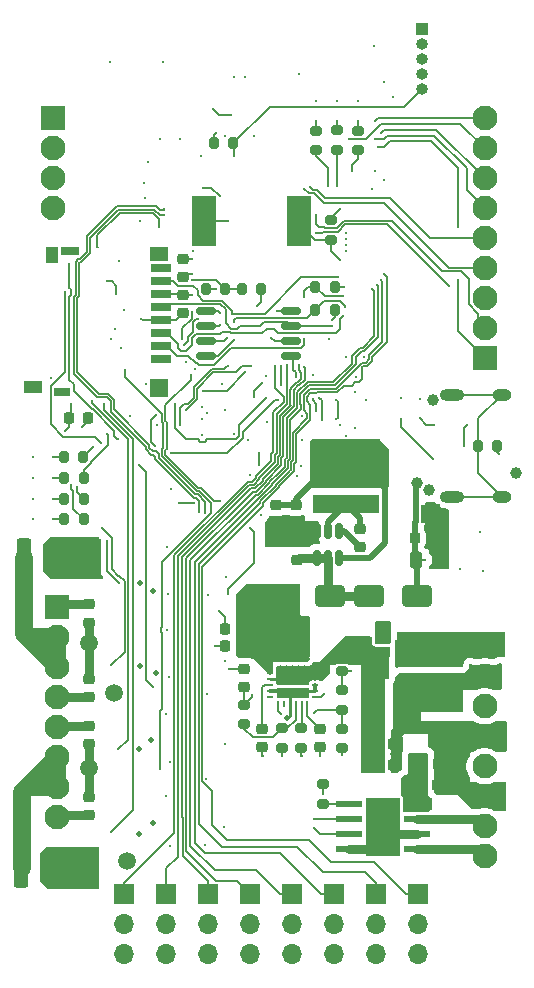
<source format=gbr>
%TF.GenerationSoftware,KiCad,Pcbnew,9.0.0*%
%TF.CreationDate,2025-04-29T18:34:20-04:00*%
%TF.ProjectId,Aurora Orbiton Edition,4175726f-7261-4204-9f72-6269746f6e20,rev?*%
%TF.SameCoordinates,Original*%
%TF.FileFunction,Copper,L4,Bot*%
%TF.FilePolarity,Positive*%
%FSLAX46Y46*%
G04 Gerber Fmt 4.6, Leading zero omitted, Abs format (unit mm)*
G04 Created by KiCad (PCBNEW 9.0.0) date 2025-04-29 18:34:20*
%MOMM*%
%LPD*%
G01*
G04 APERTURE LIST*
G04 Aperture macros list*
%AMRoundRect*
0 Rectangle with rounded corners*
0 $1 Rounding radius*
0 $2 $3 $4 $5 $6 $7 $8 $9 X,Y pos of 4 corners*
0 Add a 4 corners polygon primitive as box body*
4,1,4,$2,$3,$4,$5,$6,$7,$8,$9,$2,$3,0*
0 Add four circle primitives for the rounded corners*
1,1,$1+$1,$2,$3*
1,1,$1+$1,$4,$5*
1,1,$1+$1,$6,$7*
1,1,$1+$1,$8,$9*
0 Add four rect primitives between the rounded corners*
20,1,$1+$1,$2,$3,$4,$5,0*
20,1,$1+$1,$4,$5,$6,$7,0*
20,1,$1+$1,$6,$7,$8,$9,0*
20,1,$1+$1,$8,$9,$2,$3,0*%
%AMFreePoly0*
4,1,21,1.372500,0.787500,0.862500,0.787500,0.862500,0.532500,1.372500,0.532500,1.372500,0.127500,0.862500,0.127500,0.862500,-0.127500,1.372500,-0.127500,1.372500,-0.532500,0.862500,-0.532500,0.862500,-0.787500,1.372500,-0.787500,1.372500,-1.195000,0.612500,-1.195000,0.612500,-1.117500,-0.862500,-1.117500,-0.862500,1.117500,0.612500,1.117500,0.612500,1.195000,1.372500,1.195000,
1.372500,0.787500,1.372500,0.787500,$1*%
G04 Aperture macros list end*
%TA.AperFunction,ComponentPad*%
%ADD10RoundRect,0.250001X-0.799999X0.799999X-0.799999X-0.799999X0.799999X-0.799999X0.799999X0.799999X0*%
%TD*%
%TA.AperFunction,ComponentPad*%
%ADD11C,2.100000*%
%TD*%
%TA.AperFunction,ComponentPad*%
%ADD12R,1.700000X1.700000*%
%TD*%
%TA.AperFunction,ComponentPad*%
%ADD13O,1.700000X1.700000*%
%TD*%
%TA.AperFunction,ComponentPad*%
%ADD14RoundRect,0.250001X0.799999X-0.799999X0.799999X0.799999X-0.799999X0.799999X-0.799999X-0.799999X0*%
%TD*%
%TA.AperFunction,ComponentPad*%
%ADD15R,1.000000X1.000000*%
%TD*%
%TA.AperFunction,ComponentPad*%
%ADD16O,1.000000X1.000000*%
%TD*%
%TA.AperFunction,HeatsinkPad*%
%ADD17O,2.100000X1.000000*%
%TD*%
%TA.AperFunction,HeatsinkPad*%
%ADD18O,1.600000X1.000000*%
%TD*%
%TA.AperFunction,SMDPad,CuDef*%
%ADD19RoundRect,0.225000X0.250000X-0.225000X0.250000X0.225000X-0.250000X0.225000X-0.250000X-0.225000X0*%
%TD*%
%TA.AperFunction,SMDPad,CuDef*%
%ADD20RoundRect,0.225000X-0.250000X0.225000X-0.250000X-0.225000X0.250000X-0.225000X0.250000X0.225000X0*%
%TD*%
%TA.AperFunction,SMDPad,CuDef*%
%ADD21RoundRect,0.225000X-0.225000X-0.250000X0.225000X-0.250000X0.225000X0.250000X-0.225000X0.250000X0*%
%TD*%
%TA.AperFunction,SMDPad,CuDef*%
%ADD22RoundRect,0.200000X0.275000X-0.200000X0.275000X0.200000X-0.275000X0.200000X-0.275000X-0.200000X0*%
%TD*%
%TA.AperFunction,SMDPad,CuDef*%
%ADD23RoundRect,0.200000X0.200000X0.275000X-0.200000X0.275000X-0.200000X-0.275000X0.200000X-0.275000X0*%
%TD*%
%TA.AperFunction,SMDPad,CuDef*%
%ADD24RoundRect,0.200000X-0.200000X-0.275000X0.200000X-0.275000X0.200000X0.275000X-0.200000X0.275000X0*%
%TD*%
%TA.AperFunction,SMDPad,CuDef*%
%ADD25RoundRect,0.250000X-1.000000X-0.650000X1.000000X-0.650000X1.000000X0.650000X-1.000000X0.650000X0*%
%TD*%
%TA.AperFunction,SMDPad,CuDef*%
%ADD26RoundRect,0.250000X0.650000X-1.000000X0.650000X1.000000X-0.650000X1.000000X-0.650000X-1.000000X0*%
%TD*%
%TA.AperFunction,SMDPad,CuDef*%
%ADD27RoundRect,0.150000X0.150000X-0.512500X0.150000X0.512500X-0.150000X0.512500X-0.150000X-0.512500X0*%
%TD*%
%TA.AperFunction,SMDPad,CuDef*%
%ADD28RoundRect,0.225000X0.225000X0.250000X-0.225000X0.250000X-0.225000X-0.250000X0.225000X-0.250000X0*%
%TD*%
%TA.AperFunction,SMDPad,CuDef*%
%ADD29RoundRect,0.200000X-0.275000X0.200000X-0.275000X-0.200000X0.275000X-0.200000X0.275000X0.200000X0*%
%TD*%
%TA.AperFunction,SMDPad,CuDef*%
%ADD30R,0.575000X0.240000*%
%TD*%
%TA.AperFunction,SMDPad,CuDef*%
%ADD31R,0.240000X0.575000*%
%TD*%
%TA.AperFunction,SMDPad,CuDef*%
%ADD32R,2.700000X1.450000*%
%TD*%
%TA.AperFunction,SMDPad,CuDef*%
%ADD33R,2.700000X0.850000*%
%TD*%
%TA.AperFunction,SMDPad,CuDef*%
%ADD34R,5.700000X1.600000*%
%TD*%
%TA.AperFunction,SMDPad,CuDef*%
%ADD35R,2.200000X0.500000*%
%TD*%
%TA.AperFunction,ComponentPad*%
%ADD36C,0.630000*%
%TD*%
%TA.AperFunction,SMDPad,CuDef*%
%ADD37R,2.950000X4.900000*%
%TD*%
%TA.AperFunction,SMDPad,CuDef*%
%ADD38RoundRect,0.093750X0.093750X0.106250X-0.093750X0.106250X-0.093750X-0.106250X0.093750X-0.106250X0*%
%TD*%
%TA.AperFunction,HeatsinkPad*%
%ADD39R,1.000000X1.600000*%
%TD*%
%TA.AperFunction,SMDPad,CuDef*%
%ADD40R,1.750000X0.700000*%
%TD*%
%TA.AperFunction,SMDPad,CuDef*%
%ADD41R,1.000000X1.450000*%
%TD*%
%TA.AperFunction,SMDPad,CuDef*%
%ADD42R,1.550000X1.000000*%
%TD*%
%TA.AperFunction,SMDPad,CuDef*%
%ADD43R,1.500000X0.800000*%
%TD*%
%TA.AperFunction,SMDPad,CuDef*%
%ADD44R,1.500000X1.300000*%
%TD*%
%TA.AperFunction,SMDPad,CuDef*%
%ADD45R,1.500000X1.500000*%
%TD*%
%TA.AperFunction,SMDPad,CuDef*%
%ADD46R,1.400000X0.800000*%
%TD*%
%TA.AperFunction,SMDPad,CuDef*%
%ADD47RoundRect,0.250000X-0.325000X-0.650000X0.325000X-0.650000X0.325000X0.650000X-0.325000X0.650000X0*%
%TD*%
%TA.AperFunction,SMDPad,CuDef*%
%ADD48R,2.000000X4.200000*%
%TD*%
%TA.AperFunction,SMDPad,CuDef*%
%ADD49RoundRect,0.250000X1.000000X0.650000X-1.000000X0.650000X-1.000000X-0.650000X1.000000X-0.650000X0*%
%TD*%
%TA.AperFunction,SMDPad,CuDef*%
%ADD50RoundRect,0.162500X-0.650000X-0.162500X0.650000X-0.162500X0.650000X0.162500X-0.650000X0.162500X0*%
%TD*%
%TA.AperFunction,SMDPad,CuDef*%
%ADD51R,0.990000X0.405000*%
%TD*%
%TA.AperFunction,SMDPad,CuDef*%
%ADD52FreePoly0,0.000000*%
%TD*%
%TA.AperFunction,SMDPad,CuDef*%
%ADD53RoundRect,0.250000X-0.362500X-1.425000X0.362500X-1.425000X0.362500X1.425000X-0.362500X1.425000X0*%
%TD*%
%TA.AperFunction,SMDPad,CuDef*%
%ADD54RoundRect,0.250000X-0.250000X-0.475000X0.250000X-0.475000X0.250000X0.475000X-0.250000X0.475000X0*%
%TD*%
%TA.AperFunction,ViaPad*%
%ADD55C,0.400000*%
%TD*%
%TA.AperFunction,ViaPad*%
%ADD56C,0.300000*%
%TD*%
%TA.AperFunction,ViaPad*%
%ADD57C,1.000000*%
%TD*%
%TA.AperFunction,ViaPad*%
%ADD58C,0.500000*%
%TD*%
%TA.AperFunction,ViaPad*%
%ADD59C,1.500000*%
%TD*%
%TA.AperFunction,Conductor*%
%ADD60C,0.150000*%
%TD*%
%TA.AperFunction,Conductor*%
%ADD61C,0.500000*%
%TD*%
%TA.AperFunction,Conductor*%
%ADD62C,0.350000*%
%TD*%
%TA.AperFunction,Conductor*%
%ADD63C,0.750000*%
%TD*%
%TA.AperFunction,Conductor*%
%ADD64C,0.250000*%
%TD*%
%TA.AperFunction,Conductor*%
%ADD65C,0.200000*%
%TD*%
%TA.AperFunction,Conductor*%
%ADD66C,1.500000*%
%TD*%
G04 APERTURE END LIST*
D10*
%TO.P,J10,1,Pin_1*%
%TO.N,/PYRO1_V*%
X129050000Y-99130000D03*
D11*
%TO.P,J10,2,Pin_2*%
%TO.N,Net-(J10-Pin_2)*%
X129050000Y-101670000D03*
%TO.P,J10,3,Pin_3*%
X129050000Y-104210000D03*
%TO.P,J10,4,Pin_4*%
%TO.N,/PYRO2_V*%
X129050000Y-106750000D03*
%TO.P,J10,5,Pin_5*%
%TO.N,/PYRO3_V*%
X129050000Y-109290000D03*
%TO.P,J10,6,Pin_6*%
%TO.N,Net-(J10-Pin_6)*%
X129050000Y-111830000D03*
%TO.P,J10,7,Pin_7*%
X129050000Y-114370000D03*
%TO.P,J10,8,Pin_8*%
%TO.N,/PYRO4_V*%
X129050000Y-116910000D03*
%TD*%
D12*
%TO.P,M7,1,PWM*%
%TO.N,/PWM7*%
X156050000Y-123500000D03*
D13*
%TO.P,M7,2,+*%
%TO.N,+8V*%
X156050000Y-126040000D03*
%TO.P,M7,3,-*%
%TO.N,GND*%
X156050000Y-128580000D03*
%TD*%
D14*
%TO.P,J8,1,Pin_1*%
%TO.N,/BREAK_SCK*%
X165250000Y-78070000D03*
D11*
%TO.P,J8,2,Pin_2*%
%TO.N,/BREAK_MISO*%
X165250000Y-75530000D03*
%TO.P,J8,3,Pin_3*%
%TO.N,/BREAK_MOSI*%
X165250000Y-72990000D03*
%TO.P,J8,4,Pin_4*%
%TO.N,/CS_BREAK1*%
X165250000Y-70450000D03*
%TO.P,J8,5,Pin_5*%
%TO.N,/CS_BREAK2*%
X165250000Y-67910000D03*
%TO.P,J8,6,Pin_6*%
%TO.N,/CS_BREAK3*%
X165250000Y-65370000D03*
%TO.P,J8,7,Pin_7*%
%TO.N,/INT_BREAK1*%
X165250000Y-62830000D03*
%TO.P,J8,8,Pin_8*%
%TO.N,/INT_BREAK2*%
X165250000Y-60290000D03*
%TO.P,J8,9,Pin_9*%
%TO.N,/INT_BREAK3*%
X165250000Y-57750000D03*
%TD*%
D12*
%TO.P,M2,1,PWM*%
%TO.N,/PWM2*%
X138300000Y-123500000D03*
D13*
%TO.P,M2,2,+*%
%TO.N,+8V*%
X138300000Y-126040000D03*
%TO.P,M2,3,-*%
%TO.N,GND*%
X138300000Y-128580000D03*
%TD*%
D12*
%TO.P,M4,1,PWM*%
%TO.N,/PWM4*%
X145400000Y-123500000D03*
D13*
%TO.P,M4,2,+*%
%TO.N,+8V*%
X145400000Y-126040000D03*
%TO.P,M4,3,-*%
%TO.N,GND*%
X145400000Y-128580000D03*
%TD*%
D12*
%TO.P,M5,1,PWM*%
%TO.N,/PWM5*%
X148950000Y-123500000D03*
D13*
%TO.P,M5,2,+*%
%TO.N,+8V*%
X148950000Y-126040000D03*
%TO.P,M5,3,-*%
%TO.N,GND*%
X148950000Y-128580000D03*
%TD*%
D10*
%TO.P,J4,1,Pin_1*%
%TO.N,/GPIO1*%
X128750000Y-57750000D03*
D11*
%TO.P,J4,2,Pin_2*%
%TO.N,/GPIO2*%
X128750000Y-60290000D03*
%TO.P,J4,3,Pin_3*%
%TO.N,/GPIO3*%
X128750000Y-62830000D03*
%TO.P,J4,4,Pin_4*%
%TO.N,/GPIO4*%
X128750000Y-65370000D03*
%TD*%
D12*
%TO.P,M6,1,PWM*%
%TO.N,/PWM6*%
X152500000Y-123500000D03*
D13*
%TO.P,M6,2,+*%
%TO.N,+8V*%
X152500000Y-126040000D03*
%TO.P,M6,3,-*%
%TO.N,GND*%
X152500000Y-128580000D03*
%TD*%
D15*
%TO.P,J9,1,Pin_1*%
%TO.N,/SWCLK*%
X159919076Y-50244481D03*
D16*
%TO.P,J9,2,Pin_2*%
%TO.N,/SWDIO*%
X159919076Y-51514481D03*
%TO.P,J9,3,Pin_3*%
%TO.N,GND*%
X159919076Y-52784481D03*
%TO.P,J9,4,Pin_4*%
%TO.N,+3.3V*%
X159919076Y-54054481D03*
%TO.P,J9,5,Pin_5*%
%TO.N,/BOOT0*%
X159919076Y-55324481D03*
%TD*%
D12*
%TO.P,M3,1,PWM*%
%TO.N,/PWM3*%
X141850000Y-123500000D03*
D13*
%TO.P,M3,2,+*%
%TO.N,+8V*%
X141850000Y-126040000D03*
%TO.P,M3,3,-*%
%TO.N,GND*%
X141850000Y-128580000D03*
%TD*%
D12*
%TO.P,M1,1,PWM*%
%TO.N,/PWM1*%
X134750000Y-123500000D03*
D13*
%TO.P,M1,2,+*%
%TO.N,+8V*%
X134750000Y-126040000D03*
%TO.P,M1,3,-*%
%TO.N,GND*%
X134750000Y-128580000D03*
%TD*%
D17*
%TO.P,J2,S1,SHIELD*%
%TO.N,Net-(J2-SHIELD)*%
X162520000Y-89820000D03*
D18*
X166700000Y-89820000D03*
D17*
X162520000Y-81180000D03*
D18*
X166700000Y-81180000D03*
%TD*%
D12*
%TO.P,M8,1,PWM*%
%TO.N,/PWM8*%
X159600000Y-123500000D03*
D13*
%TO.P,M8,2,+*%
%TO.N,+8V*%
X159600000Y-126040000D03*
%TO.P,M8,3,-*%
%TO.N,GND*%
X159600000Y-128580000D03*
%TD*%
D10*
%TO.P,J11,1,Pin_1*%
%TO.N,+BATT*%
X165250000Y-102500000D03*
D11*
%TO.P,J11,2,Pin_2*%
%TO.N,GND*%
X165250000Y-105040000D03*
%TO.P,J11,3,Pin_3*%
%TO.N,+8V*%
X165250000Y-107580000D03*
%TO.P,J11,4,Pin_4*%
%TO.N,GND*%
X165250000Y-110120000D03*
%TO.P,J11,5,Pin_5*%
%TO.N,+3.3V*%
X165250000Y-112660000D03*
%TO.P,J11,6,Pin_6*%
%TO.N,GND*%
X165250000Y-115200000D03*
%TO.P,J11,7,Pin_7*%
%TO.N,/OUT1*%
X165250000Y-117740000D03*
%TO.P,J11,8,Pin_8*%
%TO.N,/OUT2*%
X165250000Y-120280000D03*
%TD*%
D19*
%TO.P,C47,1*%
%TO.N,/PYRO4_V*%
X131750000Y-116775000D03*
%TO.P,C47,2*%
%TO.N,GND*%
X131750000Y-115225000D03*
%TD*%
D20*
%TO.P,C28,1*%
%TO.N,+3.3V*%
X139750000Y-69700000D03*
%TO.P,C28,2*%
%TO.N,GND*%
X139750000Y-71250000D03*
%TD*%
D21*
%TO.P,C44,1*%
%TO.N,+8V*%
X159701049Y-114221187D03*
%TO.P,C44,2*%
%TO.N,GND*%
X161251049Y-114221187D03*
%TD*%
D19*
%TO.P,C4,1*%
%TO.N,Net-(U2-BST)*%
X154660724Y-94103577D03*
%TO.P,C4,2*%
%TO.N,Net-(U2-SW)*%
X154660724Y-92553577D03*
%TD*%
D22*
%TO.P,R46,1*%
%TO.N,/LED_R*%
X151000000Y-60475000D03*
%TO.P,R46,2*%
%TO.N,Net-(D9-A)*%
X151000000Y-58825000D03*
%TD*%
D23*
%TO.P,R18,1*%
%TO.N,+3.3V*%
X152575000Y-72050000D03*
%TO.P,R18,2*%
%TO.N,/CS_SD*%
X150925000Y-72050000D03*
%TD*%
D24*
%TO.P,R10,1*%
%TO.N,Net-(J2-SHIELD)*%
X164675000Y-85500000D03*
%TO.P,R10,2*%
%TO.N,GND*%
X166325000Y-85500000D03*
%TD*%
D25*
%TO.P,D1,1,K*%
%TO.N,Net-(D1-K)*%
X155500000Y-98250000D03*
%TO.P,D1,2,A*%
%TO.N,VBUS*%
X159500000Y-98250000D03*
%TD*%
D26*
%TO.P,D4,1,A1*%
%TO.N,GND*%
X162000000Y-106750000D03*
%TO.P,D4,2,A2*%
%TO.N,+BATT*%
X162000000Y-102750000D03*
%TD*%
D22*
%TO.P,R9,1*%
%TO.N,GND*%
X148087000Y-111075000D03*
%TO.P,R9,2*%
%TO.N,Net-(IC1-IMON)*%
X148087000Y-109425000D03*
%TD*%
D27*
%TO.P,U2,1,FB*%
%TO.N,+3.3V*%
X152950000Y-95025000D03*
%TO.P,U2,2,EN*%
%TO.N,Net-(D1-K)*%
X152000000Y-95025000D03*
%TO.P,U2,3,IN*%
X151050000Y-95025000D03*
%TO.P,U2,4,GND*%
%TO.N,GND*%
X151050000Y-92750000D03*
%TO.P,U2,5,SW*%
%TO.N,Net-(U2-SW)*%
X152000000Y-92750000D03*
%TO.P,U2,6,BST*%
%TO.N,Net-(U2-BST)*%
X152950000Y-92750000D03*
%TD*%
D21*
%TO.P,C1,1*%
%TO.N,VBUS*%
X159360458Y-93355479D03*
%TO.P,C1,2*%
%TO.N,GND*%
X160910458Y-93355479D03*
%TD*%
D28*
%TO.P,C10,1*%
%TO.N,+8V*%
X144837000Y-102500000D03*
%TO.P,C10,2*%
%TO.N,GND*%
X143287000Y-102500000D03*
%TD*%
D29*
%TO.P,R8,1*%
%TO.N,Net-(IC1-OVLO)*%
X153177682Y-109454785D03*
%TO.P,R8,2*%
%TO.N,GND*%
X153177682Y-111104785D03*
%TD*%
D21*
%TO.P,C9,1*%
%TO.N,Net-(IC1-IN_1)*%
X155950000Y-112500000D03*
%TO.P,C9,2*%
%TO.N,GND*%
X157500000Y-112500000D03*
%TD*%
D19*
%TO.P,C15,1*%
%TO.N,/LOAD*%
X144900000Y-105950000D03*
%TO.P,C15,2*%
%TO.N,GND*%
X144900000Y-104400000D03*
%TD*%
D22*
%TO.P,R56,1*%
%TO.N,/BUZZER*%
X152250000Y-68075000D03*
%TO.P,R56,2*%
%TO.N,GND*%
X152250000Y-66425000D03*
%TD*%
D30*
%TO.P,IC1,1,IN_1*%
%TO.N,Net-(IC1-IN_1)*%
X150913000Y-104250000D03*
%TO.P,IC1,2,IN_2*%
X150913000Y-104750000D03*
%TO.P,IC1,3,IN_3*%
X150913000Y-105250000D03*
%TO.P,IC1,4,GND_1*%
%TO.N,GND*%
X150913000Y-105750000D03*
%TO.P,IC1,5,GND_2*%
X150913000Y-106250000D03*
%TO.P,IC1,6,EN/UVLO*%
%TO.N,/EN*%
X150913000Y-106750000D03*
D31*
%TO.P,IC1,7,ITIMER*%
%TO.N,Net-(IC1-ITIMER)*%
X150250000Y-107412000D03*
%TO.P,IC1,8,ILIM*%
%TO.N,Net-(IC1-ILIM)*%
X149750000Y-107412000D03*
%TO.P,IC1,9,IMON*%
%TO.N,Net-(IC1-IMON)*%
X149250000Y-107412000D03*
%TO.P,IC1,10,RETRY_DLY*%
%TO.N,GND*%
X148750000Y-107412000D03*
%TO.P,IC1,11,NRETRY*%
%TO.N,unconnected-(IC1-NRETRY-Pad11)*%
X148250000Y-107412000D03*
%TO.P,IC1,12,OVLO*%
%TO.N,Net-(IC1-OVLO)*%
X147750000Y-107412000D03*
D30*
%TO.P,IC1,13,PG*%
%TO.N,unconnected-(IC1-PG-Pad13)*%
X147087000Y-106750000D03*
%TO.P,IC1,14,GND_3*%
%TO.N,GND*%
X147087000Y-106250000D03*
%TO.P,IC1,15,DVDT/_BGATE*%
%TO.N,Net-(IC1-DVDT{slash}_BGATE)*%
X147087000Y-105750000D03*
%TO.P,IC1,16,IN_4*%
%TO.N,Net-(IC1-IN_1)*%
X147087000Y-105250000D03*
%TO.P,IC1,17,OUT_1*%
%TO.N,+8V*%
X147087000Y-104750000D03*
%TO.P,IC1,18,OUT_2*%
X147087000Y-104250000D03*
D31*
%TO.P,IC1,19,OUT_3*%
X147750000Y-103588000D03*
%TO.P,IC1,20,OUT_4*%
X148250000Y-103588000D03*
%TO.P,IC1,21,OUT_5*%
X148750000Y-103588000D03*
%TO.P,IC1,22,OUT_6*%
X149250000Y-103588000D03*
%TO.P,IC1,23,OUT_7*%
X149750000Y-103588000D03*
%TO.P,IC1,24,OUT_8*%
X150250000Y-103588000D03*
D32*
%TO.P,IC1,25,IN_5*%
%TO.N,Net-(IC1-IN_1)*%
X149000000Y-104875000D03*
D33*
%TO.P,IC1,26,GND_4*%
%TO.N,GND*%
X149000000Y-106425000D03*
%TD*%
D20*
%TO.P,C17,1*%
%TO.N,Net-(IC1-ITIMER)*%
X151337000Y-109475000D03*
%TO.P,C17,2*%
%TO.N,GND*%
X151337000Y-111025000D03*
%TD*%
D22*
%TO.P,R7,1*%
%TO.N,Net-(IC1-IMON)*%
X144900000Y-109075000D03*
%TO.P,R7,2*%
%TO.N,/LOAD*%
X144900000Y-107425000D03*
%TD*%
D34*
%TO.P,L1,1*%
%TO.N,Net-(U2-SW)*%
X153500000Y-90462500D03*
%TO.P,L1,2*%
%TO.N,+3.3V*%
X153500000Y-85762500D03*
%TD*%
D23*
%TO.P,R40,1*%
%TO.N,/VBAT_MEASURED*%
X143277500Y-72250000D03*
%TO.P,R40,2*%
%TO.N,GND*%
X141627500Y-72250000D03*
%TD*%
D29*
%TO.P,R11,1*%
%TO.N,Net-(IC1-ILIM)*%
X149740475Y-109425000D03*
%TO.P,R11,2*%
%TO.N,GND*%
X149740475Y-111075000D03*
%TD*%
D19*
%TO.P,C39,1*%
%TO.N,/PYRO2_V*%
X131750000Y-106775000D03*
%TO.P,C39,2*%
%TO.N,GND*%
X131750000Y-105225000D03*
%TD*%
D29*
%TO.P,R6,1*%
%TO.N,Net-(SW1-A)*%
X153177682Y-106204785D03*
%TO.P,R6,2*%
%TO.N,Net-(IC1-OVLO)*%
X153177682Y-107854785D03*
%TD*%
D22*
%TO.P,R26,1*%
%TO.N,Net-(U8-ILIM)*%
X151550000Y-115825000D03*
%TO.P,R26,2*%
%TO.N,GND*%
X151550000Y-114175000D03*
%TD*%
D35*
%TO.P,U8,1,GND*%
%TO.N,GND*%
X153751049Y-119676187D03*
%TO.P,U8,2,IN2*%
%TO.N,/DC_IN2*%
X153751049Y-118406187D03*
%TO.P,U8,3,IN1*%
%TO.N,/DC_IN1*%
X153751049Y-117136187D03*
%TO.P,U8,4,ILIM*%
%TO.N,Net-(U8-ILIM)*%
X153751049Y-115866187D03*
%TO.P,U8,5,VM*%
%TO.N,+8V*%
X159501049Y-115866187D03*
%TO.P,U8,6,OUT1*%
%TO.N,/OUT1*%
X159501049Y-117136187D03*
%TO.P,U8,7,GND*%
%TO.N,GND*%
X159501049Y-118406187D03*
%TO.P,U8,8,OUT2*%
%TO.N,/OUT2*%
X159501049Y-119676187D03*
D36*
%TO.P,U8,9,GND*%
%TO.N,GND*%
X155976049Y-116471187D03*
X155976049Y-117771187D03*
X155976049Y-119071187D03*
D37*
X156626049Y-117771187D03*
D36*
X157276049Y-116471187D03*
X157276049Y-117771187D03*
X157276049Y-119071187D03*
%TD*%
D21*
%TO.P,C8,1*%
%TO.N,Net-(IC1-IN_1)*%
X155975000Y-110750000D03*
%TO.P,C8,2*%
%TO.N,GND*%
X157525000Y-110750000D03*
%TD*%
D24*
%TO.P,R1,1*%
%TO.N,GND*%
X142335627Y-59905825D03*
%TO.P,R1,2*%
%TO.N,/BOOT0*%
X143985627Y-59905825D03*
%TD*%
D38*
%TO.P,U1,1,GND*%
%TO.N,GND*%
X161275000Y-90600000D03*
%TO.P,U1,2,GND*%
X161275000Y-91250000D03*
%TO.P,U1,3,GND*%
X161275000Y-91900000D03*
%TO.P,U1,4,IN*%
%TO.N,VBUS*%
X159500000Y-91900000D03*
%TO.P,U1,5,IN*%
X159500000Y-91250000D03*
%TO.P,U1,6,IN*%
X159500000Y-90600000D03*
D39*
%TO.P,U1,7,GND*%
%TO.N,GND*%
X160387500Y-91250000D03*
%TD*%
D40*
%TO.P,J5,1,DAT2*%
%TO.N,unconnected-(J5-DAT2-Pad1)*%
X137850000Y-78175000D03*
%TO.P,J5,2,DAT3/CD*%
%TO.N,/CS_SD*%
X137850000Y-77075000D03*
%TO.P,J5,3,CMD*%
%TO.N,/DATA_MOSI*%
X137850000Y-75975000D03*
%TO.P,J5,4,VDD*%
%TO.N,+3.3V*%
X137850000Y-74875000D03*
%TO.P,J5,5,CLK*%
%TO.N,/DATA_SCK*%
X137850000Y-73775000D03*
%TO.P,J5,6,VSS*%
%TO.N,GND*%
X137850000Y-72675000D03*
%TO.P,J5,7,DAT0*%
%TO.N,/DATA_MISO*%
X137850000Y-71575000D03*
%TO.P,J5,8,DAT1*%
%TO.N,unconnected-(J5-DAT1-Pad8)*%
X137850000Y-70475000D03*
D41*
%TO.P,J5,9,SHIELD*%
%TO.N,unconnected-(J5-SHIELD-Pad9)*%
X128625000Y-69350000D03*
D42*
%TO.P,J5,10*%
%TO.N,N/C*%
X127050000Y-80575000D03*
D43*
%TO.P,J5,11*%
X130125000Y-69025000D03*
D44*
X137725000Y-69275000D03*
D45*
X137725000Y-80625000D03*
D46*
X129475000Y-80975000D03*
%TD*%
D47*
%TO.P,C6,1*%
%TO.N,Net-(IC1-IN_1)*%
X156050000Y-108760000D03*
%TO.P,C6,2*%
%TO.N,GND*%
X159000000Y-108760000D03*
%TD*%
D21*
%TO.P,C43,1*%
%TO.N,+8V*%
X159726049Y-112471187D03*
%TO.P,C43,2*%
%TO.N,GND*%
X161276049Y-112471187D03*
%TD*%
D20*
%TO.P,C38,1*%
%TO.N,/PYRO1_V*%
X131750000Y-98950000D03*
%TO.P,C38,2*%
%TO.N,GND*%
X131750000Y-100500000D03*
%TD*%
D48*
%TO.P,BZ1,1,+*%
%TO.N,/BUZZER*%
X149500000Y-66500000D03*
%TO.P,BZ1,2,-*%
%TO.N,GND*%
X141500000Y-66500000D03*
%TD*%
D23*
%TO.P,R17,1*%
%TO.N,+3.3V*%
X152575000Y-74000000D03*
%TO.P,R17,2*%
%TO.N,/CS_FLASH*%
X150925000Y-74000000D03*
%TD*%
D49*
%TO.P,D3,1,K*%
%TO.N,Net-(D1-K)*%
X152166371Y-98250000D03*
%TO.P,D3,2,A*%
%TO.N,+8V*%
X148166371Y-98250000D03*
%TD*%
D50*
%TO.P,U7,1,~{CS}*%
%TO.N,/CS_FLASH*%
X141662500Y-77905000D03*
%TO.P,U7,2,DO/IO_{1}*%
%TO.N,/DATA_MISO*%
X141662500Y-76635000D03*
%TO.P,U7,3,~{WP}/IO_{2}*%
%TO.N,+3.3V*%
X141662500Y-75365000D03*
%TO.P,U7,4,GND*%
%TO.N,GND*%
X141662500Y-74095000D03*
%TO.P,U7,5,DI/IO_{0}*%
%TO.N,/DATA_MOSI*%
X148837500Y-74095000D03*
%TO.P,U7,6,CLK*%
%TO.N,/DATA_SCK*%
X148837500Y-75365000D03*
%TO.P,U7,7,~{HOLD}/~{RESET}/IO_{3}*%
%TO.N,+3.3V*%
X148837500Y-76635000D03*
%TO.P,U7,8,VCC*%
X148837500Y-77905000D03*
%TD*%
D20*
%TO.P,C16,1*%
%TO.N,Net-(IC1-DVDT{slash}_BGATE)*%
X146434870Y-109465222D03*
%TO.P,C16,2*%
%TO.N,GND*%
X146434870Y-111015222D03*
%TD*%
D21*
%TO.P,C42,1*%
%TO.N,/NRST*%
X130100505Y-83183670D03*
%TO.P,C42,2*%
%TO.N,GND*%
X131650505Y-83183670D03*
%TD*%
D47*
%TO.P,C7,1*%
%TO.N,Net-(IC1-IN_1)*%
X156050000Y-106250000D03*
%TO.P,C7,2*%
%TO.N,GND*%
X159000000Y-106250000D03*
%TD*%
D23*
%TO.P,R33,1*%
%TO.N,/PY3_LED*%
X131325000Y-90000000D03*
%TO.P,R33,2*%
%TO.N,Net-(D7-A)*%
X129675000Y-90000000D03*
%TD*%
%TO.P,R37,1*%
%TO.N,+8V*%
X146325000Y-72250000D03*
%TO.P,R37,2*%
%TO.N,/VBAT_MEASURED*%
X144675000Y-72250000D03*
%TD*%
D22*
%TO.P,R55,1*%
%TO.N,/LED_B*%
X154500000Y-60475000D03*
%TO.P,R55,2*%
%TO.N,Net-(D11-A)*%
X154500000Y-58825000D03*
%TD*%
D28*
%TO.P,C11,1*%
%TO.N,+8V*%
X144837000Y-101000000D03*
%TO.P,C11,2*%
%TO.N,GND*%
X143287000Y-101000000D03*
%TD*%
D20*
%TO.P,C13,1*%
%TO.N,+3.3V*%
X147586925Y-90500000D03*
%TO.P,C13,2*%
%TO.N,GND*%
X147586925Y-92050000D03*
%TD*%
D51*
%TO.P,Q1,1,S*%
%TO.N,Net-(IC1-IN_1)*%
X156555000Y-104055000D03*
%TO.P,Q1,2,S*%
X156555000Y-103395000D03*
%TO.P,Q1,3,S*%
X156555000Y-102735000D03*
%TO.P,Q1,4,G*%
%TO.N,GND*%
X156555000Y-102075000D03*
D52*
%TO.P,Q1,5,D*%
%TO.N,+BATT*%
X158547500Y-103065000D03*
%TD*%
D23*
%TO.P,R25,1*%
%TO.N,/PY2_LED*%
X131325000Y-88250000D03*
%TO.P,R25,2*%
%TO.N,Net-(D6-A)*%
X129675000Y-88250000D03*
%TD*%
D20*
%TO.P,C46,1*%
%TO.N,/PYRO3_V*%
X131750000Y-109225000D03*
%TO.P,C46,2*%
%TO.N,GND*%
X131750000Y-110775000D03*
%TD*%
D53*
%TO.P,R51,1*%
%TO.N,Net-(J10-Pin_6)*%
X126037500Y-121250000D03*
%TO.P,R51,2*%
%TO.N,GND*%
X131962500Y-121250000D03*
%TD*%
D22*
%TO.P,R52,1*%
%TO.N,/LED_G*%
X152750000Y-60437500D03*
%TO.P,R52,2*%
%TO.N,Net-(D10-A)*%
X152750000Y-58787500D03*
%TD*%
D23*
%TO.P,R22,1*%
%TO.N,/PY1_LED*%
X131250000Y-86500000D03*
%TO.P,R22,2*%
%TO.N,Net-(D5-A)*%
X129600000Y-86500000D03*
%TD*%
%TO.P,R36,1*%
%TO.N,/PY4_LED*%
X131325000Y-91750000D03*
%TO.P,R36,2*%
%TO.N,Net-(D8-A)*%
X129675000Y-91750000D03*
%TD*%
D54*
%TO.P,C2,1*%
%TO.N,VBUS*%
X159406360Y-95220870D03*
%TO.P,C2,2*%
%TO.N,GND*%
X161306360Y-95220870D03*
%TD*%
D19*
%TO.P,C12,1*%
%TO.N,Net-(D1-K)*%
X149350000Y-95225000D03*
%TO.P,C12,2*%
%TO.N,GND*%
X149350000Y-93675000D03*
%TD*%
D20*
%TO.P,C14,1*%
%TO.N,+3.3V*%
X149257788Y-90508748D03*
%TO.P,C14,2*%
%TO.N,GND*%
X149257788Y-92058748D03*
%TD*%
D53*
%TO.P,R41,1*%
%TO.N,Net-(J10-Pin_2)*%
X126287500Y-95000000D03*
%TO.P,R41,2*%
%TO.N,GND*%
X132212500Y-95000000D03*
%TD*%
D19*
%TO.P,C19,1*%
%TO.N,+3.3V*%
X139696581Y-74300000D03*
%TO.P,C19,2*%
%TO.N,GND*%
X139696581Y-72750000D03*
%TD*%
D29*
%TO.P,R2,1*%
%TO.N,Net-(IC1-IN_1)*%
X153177682Y-102954785D03*
%TO.P,R2,2*%
%TO.N,Net-(SW1-A)*%
X153177682Y-104604785D03*
%TD*%
D55*
%TO.N,+3.3V*%
X152950000Y-87050000D03*
X154400000Y-87500000D03*
D56*
X142850000Y-75250000D03*
X144000000Y-84500000D03*
X140500000Y-69700000D03*
X136500000Y-64500000D03*
X147200000Y-76350000D03*
X143250000Y-59250000D03*
D55*
X154050000Y-87050000D03*
D56*
X149800000Y-85000000D03*
D55*
X153500000Y-87050000D03*
X153650000Y-88050000D03*
X152650000Y-87550000D03*
D56*
X136200000Y-74750000D03*
X153500000Y-84700000D03*
D57*
X167900000Y-87800000D03*
D56*
X143050000Y-80250000D03*
X146150000Y-86100000D03*
X144000000Y-54250000D03*
X134501000Y-77200000D03*
X152300000Y-74850000D03*
X146150000Y-87150000D03*
D55*
X154850000Y-88050000D03*
X154200000Y-88050000D03*
D56*
X149250000Y-79650000D03*
X138000000Y-53000000D03*
X145350000Y-88000000D03*
X137500000Y-83750000D03*
X153500000Y-78000000D03*
D55*
X152350000Y-88050000D03*
X153250000Y-87550000D03*
D56*
X140700000Y-79000000D03*
X154250000Y-84050000D03*
X153350000Y-72050000D03*
D55*
X153850000Y-87550000D03*
D56*
X145750000Y-59250000D03*
D55*
X152950000Y-88050000D03*
D56*
X155900000Y-51700000D03*
X140550000Y-69000000D03*
X154250000Y-81000000D03*
X136750000Y-61500000D03*
X141750000Y-82750000D03*
X146750000Y-79600000D03*
X138700000Y-89200000D03*
X156750000Y-54750000D03*
X156000000Y-62250000D03*
D58*
%TO.N,GND*%
X157000000Y-101450000D03*
X128500000Y-95400000D03*
X149000000Y-106450000D03*
X128850000Y-120500000D03*
D55*
X148450000Y-92300000D03*
D56*
X127000000Y-88250000D03*
X161750000Y-92700000D03*
D57*
X160550000Y-89250000D03*
D56*
X164900000Y-92800000D03*
X157500000Y-56000000D03*
X145250000Y-85000000D03*
X141550000Y-119350000D03*
X141350000Y-84600000D03*
D58*
X128850000Y-122650000D03*
X157000000Y-100700000D03*
D56*
X148100000Y-111800000D03*
X157750000Y-109550000D03*
X133975000Y-75600000D03*
X151350000Y-111750000D03*
D58*
X128500000Y-93950000D03*
X129600000Y-120150000D03*
D56*
X143500000Y-66500000D03*
X139500000Y-59500000D03*
X141250000Y-61000000D03*
D58*
X130800000Y-95000000D03*
D56*
X128500000Y-79750000D03*
X145000000Y-54250000D03*
X157800000Y-108900000D03*
X166500000Y-86250000D03*
X162950000Y-109900000D03*
X138450000Y-98050000D03*
D58*
X148050000Y-106450000D03*
D56*
X143300000Y-103700000D03*
X160500000Y-105700000D03*
D58*
X129600000Y-121550000D03*
D59*
X133903000Y-106450000D03*
D56*
X155200000Y-81650000D03*
X159950000Y-105700000D03*
D58*
X130100000Y-96150000D03*
D56*
X157800000Y-106950000D03*
X142450000Y-102500000D03*
X136600000Y-80250000D03*
D58*
X128500000Y-96100000D03*
D56*
X133500000Y-53000000D03*
X138250000Y-115150000D03*
X149500000Y-54000000D03*
X160750000Y-94150000D03*
D55*
X148300000Y-92950000D03*
D56*
X141700000Y-113750000D03*
X151000000Y-56361500D03*
X159750000Y-81550000D03*
X162950000Y-109250000D03*
D58*
X130350000Y-120450000D03*
X129350000Y-95000000D03*
D56*
X141750000Y-106500000D03*
X151550000Y-115000000D03*
X146800000Y-83500000D03*
X157800000Y-105650000D03*
D58*
X130800000Y-94250000D03*
X128850000Y-121900000D03*
D56*
X127000000Y-91750000D03*
X160500000Y-106300000D03*
D55*
X146950000Y-93000000D03*
D56*
X138550000Y-105100000D03*
X138250000Y-108200000D03*
D59*
X131750000Y-112800000D03*
D56*
X140450000Y-72750000D03*
X161750000Y-92050000D03*
X157800000Y-108300000D03*
X127000000Y-90000000D03*
D55*
X147600000Y-93000000D03*
D56*
X138400000Y-94050000D03*
X162800000Y-112900000D03*
D59*
X135000000Y-120700000D03*
D56*
X158200000Y-81475000D03*
D58*
X128500000Y-94700000D03*
D56*
X139950000Y-78400000D03*
X152750000Y-56361500D03*
X162150000Y-109900000D03*
X143250000Y-82500000D03*
X143250000Y-110750000D03*
X162150000Y-110700000D03*
D58*
X128150000Y-121500000D03*
D56*
X161750000Y-91150000D03*
X157800000Y-107650000D03*
X149750000Y-83000000D03*
X149750000Y-111800000D03*
X137750000Y-59500000D03*
D55*
X149000000Y-92900000D03*
D56*
X146450000Y-111800000D03*
X150750000Y-79500000D03*
X163300000Y-105700000D03*
X143200000Y-117800000D03*
D58*
X129600000Y-120800000D03*
D55*
X149750000Y-92900000D03*
D56*
X162800000Y-113600000D03*
X160500000Y-105100000D03*
X143350000Y-96600000D03*
X149400000Y-88100000D03*
D55*
X147600000Y-93650000D03*
D56*
X135250000Y-83000000D03*
D58*
X128850000Y-119800000D03*
D56*
X153000000Y-65500000D03*
X162800000Y-114200000D03*
X161150000Y-109900000D03*
X143600000Y-104400000D03*
X156750000Y-63000000D03*
X159950000Y-106300000D03*
X138600000Y-112300000D03*
D58*
X130050000Y-94650000D03*
X130100000Y-95450000D03*
D57*
X160850000Y-81650000D03*
D56*
X161750000Y-91650000D03*
D55*
X148400000Y-91750000D03*
D56*
X160500000Y-106900000D03*
X157800000Y-106300000D03*
X161150000Y-109250000D03*
X140500000Y-70950000D03*
X155000000Y-78000000D03*
X141850000Y-98150000D03*
D58*
X149900000Y-106450000D03*
D56*
X153200000Y-111700000D03*
X158050000Y-111650000D03*
X152050000Y-76500000D03*
X134750000Y-74000000D03*
X163200000Y-95950000D03*
X161300000Y-94150000D03*
D58*
X129650000Y-122350000D03*
D56*
X160700000Y-92500000D03*
X133600000Y-76450000D03*
X153000000Y-83750000D03*
D55*
X148250000Y-93650000D03*
D56*
X161750000Y-93800000D03*
D58*
X128150000Y-122250000D03*
D56*
X161750000Y-93300000D03*
X155750000Y-63750000D03*
X141300000Y-82200000D03*
D58*
X130350000Y-121200000D03*
D56*
X162050000Y-95350000D03*
D58*
X148550000Y-108600000D03*
D56*
X161150000Y-110700000D03*
D58*
X130850000Y-95750000D03*
X128150000Y-120100000D03*
X130050000Y-93900000D03*
D56*
X161250000Y-92500000D03*
D58*
X130350000Y-121950000D03*
X128850000Y-121150000D03*
D56*
X138350000Y-101100000D03*
D58*
X129350000Y-93650000D03*
D56*
X149700000Y-87250000D03*
D58*
X129350000Y-94300000D03*
X128150000Y-120800000D03*
D56*
X162150000Y-109250000D03*
D58*
X156250000Y-101450000D03*
D55*
X147000000Y-93650000D03*
D56*
X136100000Y-66500000D03*
X157350000Y-111650000D03*
X136450000Y-63300000D03*
X162800000Y-112300000D03*
X159950000Y-105100000D03*
D59*
X131750000Y-102250000D03*
D56*
X141350000Y-83250000D03*
X142550000Y-72250000D03*
X142500000Y-59000000D03*
X138650000Y-119400000D03*
X142850000Y-74250000D03*
X134300000Y-69850000D03*
X163300000Y-105100000D03*
X127000000Y-86500000D03*
D58*
X156250000Y-100700000D03*
D56*
X142750000Y-99500000D03*
X154400000Y-79650000D03*
X154500000Y-56361500D03*
D58*
X129350000Y-96500000D03*
D56*
X131150000Y-83950000D03*
X159950000Y-106900000D03*
D58*
X129350000Y-95800000D03*
D56*
%TO.N,/LOAD*%
X140400000Y-79550000D03*
X142850000Y-90200000D03*
X145550000Y-106650000D03*
D58*
%TO.N,+8V*%
X146850000Y-102500000D03*
X146800000Y-100600000D03*
X148950000Y-101500000D03*
D56*
X159100000Y-115250000D03*
X146350000Y-91350000D03*
X159000000Y-112500000D03*
X159000000Y-111850000D03*
D58*
X136000000Y-118350000D03*
X147950000Y-102450000D03*
D56*
X160050000Y-115250000D03*
D58*
X137400000Y-104750000D03*
D56*
X158500000Y-114300000D03*
D58*
X149950000Y-102450000D03*
X149950000Y-100600000D03*
X146500000Y-98800000D03*
D56*
X158500000Y-113800000D03*
X158500000Y-114850000D03*
D58*
X136075000Y-97150000D03*
X148950000Y-99700000D03*
X146800000Y-99750000D03*
X137200000Y-97850000D03*
X136075000Y-104200000D03*
X147950000Y-101550000D03*
X137000000Y-110450000D03*
D56*
X159700000Y-113350000D03*
D58*
X146800000Y-101500000D03*
X149000000Y-102450000D03*
D56*
X158950000Y-114600000D03*
D58*
X147950000Y-100650000D03*
X147950000Y-99700000D03*
X137200000Y-117450000D03*
X136000000Y-111150000D03*
D56*
X159550000Y-115250000D03*
X159150000Y-113350000D03*
D58*
X146550000Y-97900000D03*
D56*
X158950000Y-114000000D03*
X146000000Y-73650000D03*
D58*
X149950000Y-101500000D03*
D56*
X160200000Y-113350000D03*
D58*
X146600000Y-103400000D03*
X149000000Y-100600000D03*
D56*
%TO.N,/NRST*%
X130200000Y-82000000D03*
X129750000Y-84250000D03*
%TO.N,/PWM1*%
X147500000Y-78800000D03*
%TO.N,/PWM2*%
X148500000Y-78700000D03*
%TO.N,/PWM3*%
X149500000Y-78650000D03*
%TO.N,/PWM4*%
X150000000Y-78850000D03*
%TO.N,/PWM5*%
X155750000Y-72250000D03*
%TO.N,/PWM6*%
X156125000Y-71875000D03*
%TO.N,/PWM7*%
X156500000Y-71500000D03*
%TO.N,/PWM8*%
X156750000Y-71000000D03*
%TO.N,/BOOT0*%
X144000000Y-61000000D03*
%TO.N,/GPS_SCL*%
X142250000Y-57000000D03*
X143750000Y-57500000D03*
%TO.N,/CS_BMP*%
X152700000Y-81600000D03*
X152700000Y-83250000D03*
%TO.N,/CS_FLASH*%
X144000000Y-76600000D03*
X153400000Y-73750000D03*
X144050000Y-75050000D03*
%TO.N,/CS_SD*%
X153300000Y-72850000D03*
X149950000Y-76500000D03*
X149950000Y-72900000D03*
%TO.N,/PY1_CONT*%
X134300000Y-97150000D03*
X133250000Y-93600000D03*
%TO.N,/PY2_CONT*%
X132850000Y-92450000D03*
X133662500Y-104112500D03*
%TO.N,/PY1_EN*%
X143550000Y-98050000D03*
X137700000Y-67000000D03*
X134250000Y-84900000D03*
X132450000Y-68700000D03*
X145400000Y-92450000D03*
X130100000Y-70150000D03*
%TO.N,Net-(D11-A)*%
X154500000Y-58000000D03*
D58*
%TO.N,Net-(IC1-IN_1)*%
X148050000Y-104450000D03*
X150000000Y-104450000D03*
X149000000Y-105250000D03*
X149000000Y-104450000D03*
X150000000Y-105250000D03*
X148050000Y-105250000D03*
D56*
%TO.N,/PY2_EN*%
X133250000Y-71600000D03*
X137150000Y-105950000D03*
X129700000Y-72500000D03*
X132800000Y-85250000D03*
X136000000Y-87150000D03*
X134050000Y-72650000D03*
%TO.N,Net-(SW1-A)*%
X153950000Y-104600000D03*
%TO.N,VBUS*%
X160200000Y-95150000D03*
D57*
X159550000Y-88650000D03*
D56*
%TO.N,/PY1_LED*%
X132125000Y-85625000D03*
%TO.N,Net-(D5-A)*%
X128750000Y-86500000D03*
%TO.N,/PY2_LED*%
X142810002Y-64350000D03*
X141400000Y-63650000D03*
X133250000Y-84500000D03*
%TO.N,/PY3_LED*%
X130750000Y-89000000D03*
X141000000Y-74750000D03*
X139770869Y-77020869D03*
%TO.N,Net-(D6-A)*%
X128750000Y-88250000D03*
%TO.N,Net-(D7-A)*%
X128750000Y-90000000D03*
%TO.N,/PY4_LED*%
X130269000Y-88800763D03*
X140450000Y-74150000D03*
X139650000Y-76450000D03*
%TO.N,/PY3_CONT*%
X132025000Y-81750000D03*
X134250000Y-111200000D03*
%TO.N,/PY4_CONT*%
X133042032Y-81942032D03*
X133650000Y-118200000D03*
%TO.N,/PY3_EN*%
X134800000Y-79100000D03*
X137750000Y-112850000D03*
%TO.N,/PY4_EN*%
X140619000Y-90381000D03*
X139400000Y-90400000D03*
%TO.N,Net-(D8-A)*%
X128750000Y-91750000D03*
%TO.N,/LED_R*%
X152000000Y-63500000D03*
%TO.N,/LED_G*%
X152750000Y-63500000D03*
%TO.N,Net-(D9-A)*%
X151000000Y-58000000D03*
%TO.N,Net-(D10-A)*%
X152750000Y-58000000D03*
%TO.N,/LED_B*%
X154000000Y-62250000D03*
%TO.N,/BUZZER*%
X153000000Y-69750000D03*
%TO.N,/INT_BREAK3*%
X156000000Y-58000000D03*
%TO.N,/GPIO2*%
X153500000Y-68000000D03*
%TO.N,/BREAK_MISO*%
X151000000Y-66000000D03*
%TO.N,/DATA_SCK*%
X152300000Y-75365000D03*
%TO.N,/SENS_MISO*%
X139000000Y-84000000D03*
X151000000Y-82600000D03*
X146754838Y-81504838D03*
X139000000Y-82000000D03*
X150700000Y-81549998D03*
%TO.N,/DATA_MOSI*%
X147700000Y-74095000D03*
X153250000Y-74500000D03*
X146800000Y-75600000D03*
%TO.N,Net-(IC1-OVLO)*%
X148000000Y-108200000D03*
X150800000Y-108150000D03*
%TO.N,/CS_BREAK3*%
X156000000Y-59500000D03*
%TO.N,/BREAK_MOSI*%
X151000000Y-67500000D03*
X162250000Y-72000000D03*
%TO.N,/CS_BREAK2*%
X150500000Y-63569763D03*
%TO.N,/INT_BREAK2*%
X153750000Y-59500000D03*
%TO.N,/CS_BREAK1*%
X150000000Y-63750000D03*
%TO.N,/GPIO1*%
X153500000Y-67500000D03*
%TO.N,/INT_IMU_G*%
X140000000Y-82500000D03*
X145500000Y-78800000D03*
%TO.N,/INT_IMU_A*%
X141450000Y-80850000D03*
X145000000Y-79300000D03*
%TO.N,/INT_BMP*%
X148000000Y-78800000D03*
X151450000Y-83350000D03*
X151250000Y-81450000D03*
X148000000Y-80350000D03*
%TO.N,/GPIO4*%
X153500000Y-69000000D03*
%TO.N,/GPIO3*%
X153500000Y-68500000D03*
%TO.N,/DATA_MISO*%
X143859881Y-74359881D03*
X143450000Y-76350000D03*
X152800000Y-71250000D03*
%TO.N,/SENS_MOSI*%
X139500000Y-83750000D03*
X143500000Y-78750000D03*
X138700000Y-86100000D03*
X147750000Y-81600000D03*
%TO.N,/USB_M*%
X163750000Y-83750000D03*
X163500000Y-85500000D03*
%TO.N,/DC_IN1*%
X141600000Y-91200000D03*
X138150000Y-66000000D03*
X150800000Y-117150000D03*
%TO.N,/INT_BREAK1*%
X156500000Y-59000000D03*
%TO.N,/BREAK_SCK*%
X163000000Y-67000000D03*
X163000000Y-71500000D03*
X156250000Y-60250000D03*
%TO.N,/INT_HIG*%
X145750000Y-81350000D03*
X146400000Y-80200000D03*
%TO.N,/SENS_SCK*%
X137400000Y-82950000D03*
X137350000Y-85500000D03*
%TO.N,/DC_IN2*%
X150800000Y-117900000D03*
X138150000Y-65500000D03*
X141100000Y-91150000D03*
%TO.N,Net-(J2-CC1)*%
X160900000Y-86600000D03*
X158200000Y-83250000D03*
%TO.N,Net-(J2-CC2)*%
X161000000Y-83750000D03*
X159750000Y-83200000D03*
%TO.N,/VBAT_MEASURED*%
X140500000Y-71500000D03*
%TO.N,/EN*%
X165100000Y-96150000D03*
X151650000Y-106500000D03*
%TD*%
D60*
%TO.N,/PY2_LED*%
X142810002Y-64350000D02*
X142110002Y-63650000D01*
X142110002Y-63650000D02*
X141400000Y-63650000D01*
D61*
%TO.N,Net-(U2-BST)*%
X152950000Y-92750000D02*
X153307147Y-92750000D01*
X153307147Y-92750000D02*
X154660724Y-94103577D01*
%TO.N,Net-(U2-SW)*%
X154660724Y-92553577D02*
X154660724Y-91623224D01*
X152000000Y-91962500D02*
X153500000Y-90462500D01*
X154660724Y-91623224D02*
X153500000Y-90462500D01*
X152000000Y-92750000D02*
X152000000Y-91962500D01*
D60*
%TO.N,+3.3V*%
X149250000Y-79300000D02*
X149019000Y-79069000D01*
X152575000Y-72050000D02*
X153350000Y-72050000D01*
X139750000Y-69700000D02*
X139800000Y-69650000D01*
X149250000Y-79650000D02*
X149250000Y-79300000D01*
X146150000Y-86100000D02*
X146150000Y-87150000D01*
X137850000Y-74875000D02*
X139121581Y-74875000D01*
D61*
X149249040Y-90500000D02*
X149257788Y-90508748D01*
D60*
X147485000Y-76635000D02*
X147200000Y-76350000D01*
X149019000Y-78086500D02*
X148837500Y-77905000D01*
X152575000Y-74000000D02*
X152575000Y-74575000D01*
X141662500Y-75365000D02*
X142735000Y-75365000D01*
D61*
X149257788Y-90004712D02*
X153500000Y-85762500D01*
X156801000Y-93749000D02*
X156801000Y-89063500D01*
D60*
X140500000Y-69700000D02*
X139750000Y-69700000D01*
D61*
X155525000Y-95025000D02*
X156801000Y-93749000D01*
D60*
X152575000Y-74575000D02*
X152300000Y-74850000D01*
D61*
X147586925Y-90500000D02*
X149249040Y-90500000D01*
X156801000Y-89063500D02*
X153500000Y-85762500D01*
D60*
X139121581Y-74875000D02*
X139696581Y-74300000D01*
X136325000Y-74875000D02*
X136200000Y-74750000D01*
X137850000Y-74875000D02*
X136325000Y-74875000D01*
D61*
X152950000Y-95025000D02*
X155525000Y-95025000D01*
D60*
X142735000Y-75365000D02*
X142850000Y-75250000D01*
X149019000Y-79069000D02*
X149019000Y-78086500D01*
X148837500Y-76635000D02*
X147485000Y-76635000D01*
D61*
X149257788Y-90508748D02*
X149257788Y-90004712D01*
D60*
%TO.N,GND*%
X152250000Y-66425000D02*
X152250000Y-66250000D01*
X149740475Y-111790475D02*
X149750000Y-111800000D01*
D62*
X147087000Y-106250000D02*
X148825000Y-106250000D01*
D63*
X131750000Y-112800000D02*
X131750000Y-110775000D01*
D60*
X139696581Y-72750000D02*
X140450000Y-72750000D01*
D62*
X150913000Y-105750000D02*
X150913000Y-106250000D01*
D60*
X141627500Y-72250000D02*
X142550000Y-72250000D01*
X166325000Y-86075000D02*
X166500000Y-86250000D01*
X146434870Y-111784870D02*
X146450000Y-111800000D01*
D63*
X157261049Y-118406187D02*
X156626049Y-117771187D01*
D60*
X153177682Y-111104785D02*
X153177682Y-111677682D01*
D63*
X155371049Y-119676187D02*
X155976049Y-119071187D01*
D60*
X151550000Y-114175000D02*
X151550000Y-115000000D01*
X141500000Y-66500000D02*
X143500000Y-66500000D01*
X139500000Y-72750000D02*
X139425000Y-72675000D01*
D64*
X149175000Y-106250000D02*
X150913000Y-106250000D01*
D63*
X153751049Y-119676187D02*
X155371049Y-119676187D01*
D60*
X141662500Y-74095000D02*
X142695000Y-74095000D01*
X143287000Y-102500000D02*
X142450000Y-102500000D01*
X131650505Y-83183670D02*
X131650505Y-83449495D01*
X143287000Y-100037000D02*
X142750000Y-99500000D01*
D62*
X148825000Y-106250000D02*
X149000000Y-106425000D01*
D60*
X148044648Y-111075000D02*
X148087000Y-111075000D01*
X153177682Y-111677682D02*
X153200000Y-111700000D01*
D63*
X131750000Y-105225000D02*
X131750000Y-102250000D01*
X159501049Y-118406187D02*
X157261049Y-118406187D01*
D64*
X148550000Y-108600000D02*
X148750000Y-108400000D01*
D63*
X131750000Y-102250000D02*
X131750000Y-100500000D01*
D60*
X144900000Y-104400000D02*
X143600000Y-104400000D01*
X151337000Y-111025000D02*
X151337000Y-111737000D01*
D64*
X148987500Y-106437500D02*
X148750000Y-106675000D01*
D60*
X139696581Y-72750000D02*
X139500000Y-72750000D01*
X131650505Y-83449495D02*
X131150000Y-83950000D01*
D63*
X131750000Y-115225000D02*
X131750000Y-112800000D01*
D60*
X139750000Y-71250000D02*
X140050000Y-70950000D01*
X166325000Y-85500000D02*
X166325000Y-86075000D01*
X142335627Y-59905825D02*
X142335627Y-59164373D01*
X140050000Y-70950000D02*
X140500000Y-70950000D01*
X148225000Y-111075000D02*
X148254785Y-111104785D01*
X151337000Y-111737000D02*
X151350000Y-111750000D01*
X152250000Y-66250000D02*
X153000000Y-65500000D01*
X148087000Y-111075000D02*
X148087000Y-111787000D01*
D64*
X149000000Y-106425000D02*
X149175000Y-106250000D01*
D60*
X146434870Y-111015222D02*
X146434870Y-111784870D01*
X142335627Y-59164373D02*
X142500000Y-59000000D01*
X148087000Y-111787000D02*
X148100000Y-111800000D01*
D64*
X148750000Y-108400000D02*
X148750000Y-107412000D01*
D60*
X139425000Y-72675000D02*
X137850000Y-72675000D01*
D64*
X149000000Y-106425000D02*
X148987500Y-106437500D01*
D60*
X149740475Y-111075000D02*
X149740475Y-111790475D01*
X143287000Y-101000000D02*
X143287000Y-100037000D01*
D64*
X148750000Y-106675000D02*
X148750000Y-107412000D01*
D60*
X148087000Y-111075000D02*
X148225000Y-111075000D01*
X142695000Y-74095000D02*
X142850000Y-74250000D01*
%TO.N,Net-(J2-SHIELD)*%
X164675000Y-87795000D02*
X166700000Y-89820000D01*
X164675000Y-83205000D02*
X166700000Y-81180000D01*
X164675000Y-85500000D02*
X164675000Y-83205000D01*
X162520000Y-89820000D02*
X166700000Y-89820000D01*
X162520000Y-81180000D02*
X166700000Y-81180000D01*
X164675000Y-85500000D02*
X164675000Y-87795000D01*
%TO.N,/LOAD*%
X138219000Y-82100763D02*
X138219000Y-83398439D01*
X141218999Y-89068999D02*
X142350000Y-90200000D01*
X138219000Y-85900763D02*
X138219000Y-86299237D01*
X145550000Y-106650000D02*
X145550000Y-106775000D01*
X142350000Y-90200000D02*
X142850000Y-90200000D01*
X140400000Y-79550000D02*
X140400000Y-79919763D01*
X140400000Y-79919763D02*
X138219000Y-82100763D01*
X138219000Y-83398439D02*
X138326000Y-83505439D01*
X144900000Y-107425000D02*
X144900000Y-105950000D01*
X138326000Y-83505439D02*
X138326000Y-85793762D01*
X138219000Y-86299237D02*
X140988762Y-89068999D01*
X145550000Y-106775000D02*
X144900000Y-107425000D01*
X138326000Y-85793762D02*
X138219000Y-85900763D01*
X140988762Y-89068999D02*
X141218999Y-89068999D01*
D63*
%TO.N,/PYRO1_V*%
X129230000Y-98950000D02*
X129050000Y-99130000D01*
X131750000Y-98950000D02*
X129230000Y-98950000D01*
%TO.N,/PYRO2_V*%
X131725000Y-106750000D02*
X131750000Y-106775000D01*
X129050000Y-106750000D02*
X131725000Y-106750000D01*
D61*
%TO.N,+8V*%
X147087000Y-104250000D02*
X147087000Y-104679000D01*
X147750000Y-103588000D02*
X150250000Y-103588000D01*
D60*
X146325000Y-73325000D02*
X146000000Y-73650000D01*
D61*
X147129000Y-103588000D02*
X147750000Y-103588000D01*
X147087000Y-103630000D02*
X147129000Y-103588000D01*
X147087000Y-104250000D02*
X147087000Y-103630000D01*
D60*
X146325000Y-72250000D02*
X146325000Y-73325000D01*
%TO.N,/NRST*%
X129750000Y-84250000D02*
X130100505Y-83899495D01*
X130200000Y-83084175D02*
X130100505Y-83183670D01*
X130100505Y-83899495D02*
X130100505Y-83183670D01*
X130200000Y-82000000D02*
X130200000Y-83084175D01*
X130100505Y-83183670D02*
X130216330Y-83183670D01*
X130216330Y-83183670D02*
X130250000Y-83150000D01*
D63*
%TO.N,/PYRO3_V*%
X129115000Y-109225000D02*
X129050000Y-109290000D01*
X131750000Y-109225000D02*
X129115000Y-109225000D01*
%TO.N,/PYRO4_V*%
X129185000Y-116775000D02*
X129050000Y-116910000D01*
X131750000Y-116775000D02*
X129185000Y-116775000D01*
D60*
%TO.N,/PWM1*%
X147203997Y-86801437D02*
X147203998Y-86216128D01*
X138950000Y-94800000D02*
X145195000Y-88555000D01*
X145905000Y-88229889D02*
X145905000Y-88100434D01*
X147372000Y-82658237D02*
X148231000Y-81799237D01*
X145195000Y-88555000D02*
X145579889Y-88555000D01*
X134750000Y-122500000D02*
X138950000Y-118300000D01*
X147203998Y-86216128D02*
X147372000Y-86048125D01*
X147500000Y-80619763D02*
X147500000Y-78800000D01*
X147372000Y-86048125D02*
X147372000Y-82658237D01*
X145579889Y-88555000D02*
X145905000Y-88229889D01*
X148231000Y-81799237D02*
X148231000Y-81350763D01*
X148231000Y-81350763D02*
X147500000Y-80619763D01*
X138950000Y-118300000D02*
X138950000Y-94800000D01*
X145905000Y-88100434D02*
X147203997Y-86801437D01*
X134750000Y-123500000D02*
X134750000Y-122500000D01*
%TO.N,/PWM2*%
X146182000Y-88344626D02*
X146182000Y-88216586D01*
X145318000Y-88832000D02*
X145694627Y-88832000D01*
X148519000Y-80605787D02*
X148519000Y-81955803D01*
X147480998Y-86330865D02*
X147649001Y-86162860D01*
X148519000Y-81955803D02*
X147651000Y-82823803D01*
X139300000Y-94850000D02*
X145318000Y-88832000D01*
X146182000Y-88216586D02*
X147480997Y-86917589D01*
X145694627Y-88832000D02*
X146182000Y-88344626D01*
X148554999Y-78754999D02*
X148554999Y-80569788D01*
X147649001Y-86162860D02*
X147649000Y-82824373D01*
X148554999Y-80569788D02*
X148519000Y-80605787D01*
X138300000Y-121300000D02*
X139300000Y-120300000D01*
X147651000Y-82823803D02*
X147651000Y-82824373D01*
X138300000Y-123500000D02*
X138300000Y-121300000D01*
X148500000Y-78700000D02*
X148554999Y-78754999D01*
X139300000Y-120300000D02*
X139300000Y-94850000D01*
X147480997Y-86917589D02*
X147480998Y-86330865D01*
%TO.N,/PWM3*%
X148831999Y-80648238D02*
X149349237Y-80131000D01*
X139679000Y-116996080D02*
X139650000Y-116967080D01*
X148831999Y-80684525D02*
X148831999Y-80648238D01*
X147928000Y-82963737D02*
X148831999Y-82059739D01*
X148796000Y-80720524D02*
X148831999Y-80684525D01*
X149749279Y-79364391D02*
X149500000Y-79115111D01*
X146458999Y-88334153D02*
X147759997Y-87033155D01*
X139679000Y-120224869D02*
X139679000Y-116996075D01*
X141850000Y-123500000D02*
X141850000Y-122395869D01*
X147759998Y-86446430D02*
X147928002Y-86278424D01*
X139650000Y-116967080D02*
X139650000Y-94899999D01*
X145809365Y-89108999D02*
X146459000Y-88459363D01*
X149749279Y-79830958D02*
X149749279Y-79364391D01*
X148796000Y-82023740D02*
X148796000Y-80720524D01*
X145441000Y-89108999D02*
X145809365Y-89108999D01*
X139650000Y-94899999D02*
X145441000Y-89108999D01*
X147759997Y-87033155D02*
X147759998Y-86446430D01*
X148831999Y-82059739D02*
X148796000Y-82023740D01*
X149500000Y-79115111D02*
X149500000Y-78650000D01*
X147928002Y-86278424D02*
X147928000Y-82963737D01*
X146459000Y-88459363D02*
X146458999Y-88334153D01*
X149349237Y-80131000D02*
X149449237Y-80131000D01*
X141850000Y-122395869D02*
X139679000Y-120224869D01*
X149449237Y-80131000D02*
X149749279Y-79830958D01*
%TO.N,/PWM4*%
X148034998Y-87149892D02*
X148036997Y-87147892D01*
X145400000Y-123500000D02*
X144274000Y-122374000D01*
X145924103Y-89385998D02*
X146736001Y-88574098D01*
X149108999Y-82146864D02*
X149108999Y-81100737D01*
X148205003Y-86393159D02*
X148205000Y-83078477D01*
X149492985Y-80408000D02*
X149563975Y-80408000D01*
X146736001Y-88574098D02*
X146736000Y-88477696D01*
X149073000Y-80827985D02*
X149492985Y-80408000D01*
X140000000Y-95039412D02*
X145653414Y-89385998D01*
X149563975Y-80408000D02*
X150026279Y-79945695D01*
X140000000Y-119850000D02*
X140000000Y-95039412D01*
X148036997Y-87147892D02*
X148036998Y-86561166D01*
X142524000Y-122374000D02*
X140000000Y-119850000D01*
X150026279Y-78876279D02*
X150000000Y-78850000D01*
X149108999Y-81100737D02*
X149073000Y-81064738D01*
X148205000Y-83078477D02*
X149111000Y-82172475D01*
X149073000Y-81064738D02*
X149073000Y-80827985D01*
X144274000Y-122374000D02*
X142524000Y-122374000D01*
X146736000Y-88477696D02*
X148034998Y-87178698D01*
X150026279Y-79945695D02*
X150026279Y-78876279D01*
X148036998Y-86561166D02*
X148205003Y-86393159D01*
X145653414Y-89385998D02*
X145924103Y-89385998D01*
X149111000Y-82172475D02*
X149111000Y-82144451D01*
X148034998Y-87178698D02*
X148034998Y-87149892D01*
%TO.N,/PWM5*%
X147013001Y-88688835D02*
X146038841Y-89662997D01*
X149389000Y-82287611D02*
X148482000Y-83194611D01*
X154950000Y-77200000D02*
X155900000Y-76250000D01*
X145900000Y-121450000D02*
X147950000Y-123500000D01*
X146038841Y-89662997D02*
X145887003Y-89662997D01*
X148313998Y-87262630D02*
X148311998Y-87264630D01*
X152450000Y-80100000D02*
X150291721Y-80100000D01*
X145887003Y-89662997D02*
X140350000Y-95200000D01*
X155900000Y-76250000D02*
X155900000Y-72400000D01*
X148313998Y-86675902D02*
X148313998Y-87262630D01*
X150291721Y-80100000D02*
X149388000Y-81003721D01*
X147950000Y-123500000D02*
X148950000Y-123500000D01*
X149387999Y-82093448D02*
X149389000Y-82094449D01*
X149388000Y-81003721D02*
X149387999Y-82093448D01*
X148311998Y-87293436D02*
X147814000Y-87791434D01*
X140350000Y-95200000D02*
X140350000Y-119400000D01*
X148482000Y-83194611D02*
X148482003Y-86507896D01*
X142400000Y-121450000D02*
X145900000Y-121450000D01*
X155900000Y-72400000D02*
X155750000Y-72250000D01*
X148311998Y-87264630D02*
X148311998Y-87293436D01*
X153998585Y-78548585D02*
X153998585Y-77926612D01*
X147814000Y-87791434D02*
X147814000Y-87792847D01*
X147013001Y-88593846D02*
X147013001Y-88688835D01*
X153998585Y-77926612D02*
X154725197Y-77200000D01*
X147814000Y-87792847D02*
X147013001Y-88593846D01*
X154725197Y-77200000D02*
X154950000Y-77200000D01*
X148482003Y-86507896D02*
X148313998Y-86675902D01*
X149389000Y-82094449D02*
X149389000Y-82287611D01*
X154000000Y-78550000D02*
X152450000Y-80100000D01*
X140350000Y-119400000D02*
X142400000Y-121450000D01*
%TO.N,/PWM6*%
X156231000Y-71981000D02*
X156125000Y-71875000D01*
X147900000Y-120000000D02*
X141550000Y-120000000D01*
X150409287Y-80377000D02*
X152564738Y-80377000D01*
X151400000Y-123500000D02*
X147900000Y-120000000D01*
X148760000Y-86621637D02*
X148760000Y-84277087D01*
X141550000Y-120000000D02*
X140700000Y-119150000D01*
X154327000Y-78614737D02*
X154327000Y-77992763D01*
X149666000Y-81979711D02*
X149665000Y-81978710D01*
X148761000Y-84276086D02*
X148761000Y-83310177D01*
X152500000Y-123500000D02*
X151400000Y-123500000D01*
X147290001Y-88803572D02*
X147290001Y-88709999D01*
X149665000Y-81121286D02*
X150409287Y-80377000D01*
X152564738Y-80377000D02*
X154327000Y-78614737D01*
X149666000Y-82405177D02*
X149666000Y-81979711D01*
X154327000Y-77992763D02*
X154842763Y-77477000D01*
X140700000Y-119150000D02*
X140700000Y-95393577D01*
X148591000Y-87409000D02*
X148590999Y-86790639D01*
X148760000Y-84277087D02*
X148761000Y-84276086D01*
X155064738Y-77477000D02*
X156231000Y-76310738D01*
X148590999Y-86790639D02*
X148760000Y-86621637D01*
X148761000Y-83310177D02*
X149666000Y-82405177D01*
X156231000Y-76310738D02*
X156231000Y-71981000D01*
X147290001Y-88709999D02*
X148591000Y-87409000D01*
X149665000Y-81978710D02*
X149665000Y-81121286D01*
X146153581Y-89939996D02*
X147290001Y-88803572D01*
X140700000Y-95393577D02*
X146153581Y-89939996D01*
X154842763Y-77477000D02*
X155064738Y-77477000D01*
%TO.N,/PWM7*%
X149038000Y-84392238D02*
X149038000Y-86735373D01*
X155481000Y-77827263D02*
X155481000Y-78199237D01*
X150486024Y-80692000D02*
X149942000Y-81236024D01*
X148833998Y-87559156D02*
X148833998Y-87559157D01*
X148671146Y-87722005D02*
X148671147Y-87722005D01*
X150231000Y-83199237D02*
X149038000Y-84392238D01*
X148833998Y-87559155D02*
X148833998Y-87559156D01*
X149943000Y-82512763D02*
X150231000Y-82800763D01*
X148868000Y-87525153D02*
X148833998Y-87559155D01*
X149943000Y-81864974D02*
X149943000Y-82512763D01*
X151550000Y-121600000D02*
X149400000Y-119450000D01*
X141050000Y-95550000D02*
X146268319Y-90331681D01*
X149942000Y-81236024D02*
X149942000Y-81863973D01*
X148867999Y-86905376D02*
X148868000Y-87525153D01*
X141050000Y-117500000D02*
X141050000Y-95550000D01*
X149942000Y-81863973D02*
X149943000Y-81864974D01*
X149038000Y-86735373D02*
X148867999Y-86905376D01*
X149400000Y-119450000D02*
X143000000Y-119450000D01*
X148833995Y-87559163D02*
X148714722Y-87678431D01*
X150231000Y-82800763D02*
X150231000Y-83199237D01*
X152658000Y-80692000D02*
X150486024Y-80692000D01*
X148670439Y-87724126D02*
X148670439Y-87721298D01*
X148833998Y-87559156D02*
X148833995Y-87559159D01*
X148833995Y-87559159D02*
X148833995Y-87559163D01*
X155150000Y-121600000D02*
X151550000Y-121600000D01*
X148833998Y-87559155D02*
X148833998Y-87559154D01*
X154869000Y-78481000D02*
X152658000Y-80692000D01*
X156050000Y-123500000D02*
X156050000Y-122500000D01*
X156606000Y-76702262D02*
X155481000Y-77827263D01*
X156050000Y-122500000D02*
X155150000Y-121600000D01*
X146268319Y-90331681D02*
X146268319Y-90216995D01*
X147567001Y-88918309D02*
X147567001Y-88827564D01*
X146268319Y-90216995D02*
X147567001Y-88918309D01*
X156500000Y-71500000D02*
X156606000Y-71606000D01*
X156606000Y-71606000D02*
X156606000Y-76702262D01*
X143000000Y-119450000D02*
X141050000Y-117500000D01*
X155481000Y-78199237D02*
X155199237Y-78481000D01*
X148714722Y-87678431D02*
X148671146Y-87722005D01*
X155199237Y-78481000D02*
X154869000Y-78481000D01*
X147567001Y-88827564D02*
X148670439Y-87724126D01*
%TO.N,/PWM8*%
X142200000Y-117650000D02*
X142200000Y-114746389D01*
X149111998Y-87674305D02*
X149146000Y-87640305D01*
X150500763Y-81068998D02*
X150950765Y-81068998D01*
X155758000Y-78313974D02*
X155758000Y-77992000D01*
X153325129Y-80418023D02*
X154031977Y-80418023D01*
X155758000Y-77992000D02*
X156981000Y-76769000D01*
X150508000Y-82684611D02*
X150508000Y-82038235D01*
X149111993Y-87674321D02*
X149111998Y-87674305D01*
X148949143Y-87837163D02*
X148949146Y-87837163D01*
X155313975Y-78758000D02*
X155758000Y-78313974D01*
X141349000Y-95801000D02*
X146508319Y-90641681D01*
X146508319Y-90368733D02*
X147844001Y-89033046D01*
X150509000Y-83314389D02*
X150509000Y-82685611D01*
X147844001Y-89033046D02*
X147844001Y-88943715D01*
X151050763Y-80969000D02*
X152774152Y-80969000D01*
X150950765Y-81068998D02*
X151050763Y-80969000D01*
X159600000Y-123100000D02*
X159600000Y-123500000D01*
X149316001Y-86850523D02*
X149316000Y-84507390D01*
X147844001Y-88943715D02*
X148948439Y-87839277D01*
X148948439Y-87837865D02*
X148949143Y-87837163D01*
X149316000Y-84507390D02*
X150509000Y-83314389D01*
X154319000Y-80131000D02*
X154599237Y-80131000D01*
X154881000Y-79849237D02*
X154881000Y-78869000D01*
X143450000Y-118900000D02*
X142200000Y-117650000D01*
X156981000Y-71231000D02*
X156750000Y-71000000D01*
X150509000Y-82685611D02*
X150508000Y-82684611D01*
X156981000Y-76769000D02*
X156981000Y-71231000D01*
X148948439Y-87839277D02*
X148948439Y-87837865D01*
X150219000Y-81749235D02*
X150219000Y-81350761D01*
X149146000Y-87640305D02*
X149145999Y-87020527D01*
X158600000Y-123500000D02*
X155850000Y-120750000D01*
X155850000Y-120750000D02*
X152242862Y-120750000D01*
X154031977Y-80418023D02*
X154319000Y-80131000D01*
X152242862Y-120750000D02*
X150392862Y-118900000D01*
X142200000Y-114746389D02*
X141349000Y-113895389D01*
X148949146Y-87837163D02*
X149111993Y-87674321D01*
X150219000Y-81350761D02*
X150500763Y-81068998D01*
X154599237Y-80131000D02*
X154881000Y-79849237D01*
X150392862Y-118900000D02*
X143450000Y-118900000D01*
X141349000Y-113895389D02*
X141349000Y-95801000D01*
X152774152Y-80969000D02*
X153325129Y-80418023D01*
X150508000Y-82038235D02*
X150219000Y-81749235D01*
X159600000Y-123500000D02*
X158600000Y-123500000D01*
X154992000Y-78758000D02*
X155313975Y-78758000D01*
X146508319Y-90641681D02*
X146508319Y-90368733D01*
X154881000Y-78869000D02*
X154992000Y-78758000D01*
X149145999Y-87020527D02*
X149316001Y-86850523D01*
%TO.N,/BOOT0*%
X159000000Y-56250000D02*
X159000000Y-56243557D01*
X144000000Y-59920198D02*
X143985627Y-59905825D01*
X143985627Y-59905825D02*
X147048952Y-56842500D01*
X159000000Y-56243557D02*
X159919076Y-55324481D01*
X144000000Y-61000000D02*
X144000000Y-59920198D01*
X147048952Y-56842500D02*
X158407500Y-56842500D01*
X158407500Y-56842500D02*
X159000000Y-56250000D01*
%TO.N,/GPS_SCL*%
X142750000Y-57500000D02*
X143750000Y-57500000D01*
X142250000Y-57000000D02*
X142750000Y-57500000D01*
%TO.N,/CS_BMP*%
X152800000Y-83150000D02*
X152700000Y-83250000D01*
X152800000Y-81700000D02*
X152800000Y-83150000D01*
X152700000Y-81600000D02*
X152800000Y-81700000D01*
%TO.N,/CS_FLASH*%
X150225000Y-74700000D02*
X144200000Y-74700000D01*
X141662500Y-77905000D02*
X142695000Y-77905000D01*
X153400000Y-73750000D02*
X153400000Y-73671292D01*
X152977708Y-73249000D02*
X151676000Y-73249000D01*
X153400000Y-73671292D02*
X152977708Y-73249000D01*
X150925000Y-74000000D02*
X150225000Y-74700000D01*
X144050000Y-74850000D02*
X144050000Y-75050000D01*
X142695000Y-77905000D02*
X144000000Y-76600000D01*
X151676000Y-73249000D02*
X150925000Y-74000000D01*
X144200000Y-74700000D02*
X144050000Y-74850000D01*
%TO.N,/CS_SD*%
X149950000Y-72900000D02*
X149950000Y-72400000D01*
X138375000Y-77075000D02*
X139195000Y-77895000D01*
X140899237Y-78519000D02*
X141080237Y-78700000D01*
X149673636Y-77236000D02*
X149950000Y-76959636D01*
X149950000Y-72400000D02*
X150300000Y-72050000D01*
X142304636Y-78700000D02*
X143768636Y-77236000D01*
X137850000Y-77075000D02*
X138375000Y-77075000D01*
X151725000Y-72850000D02*
X150925000Y-72050000D01*
X140803889Y-78519000D02*
X140899237Y-78519000D01*
X140179889Y-77895000D02*
X140803889Y-78519000D01*
X153300000Y-72850000D02*
X151725000Y-72850000D01*
X149950000Y-76959636D02*
X149950000Y-76500000D01*
X143768636Y-77236000D02*
X149673636Y-77236000D01*
X139195000Y-77895000D02*
X140179889Y-77895000D01*
X141080237Y-78700000D02*
X142304636Y-78700000D01*
X150300000Y-72050000D02*
X150925000Y-72050000D01*
%TO.N,/PY1_CONT*%
X133250000Y-93600000D02*
X133250000Y-96100000D01*
X133250000Y-96100000D02*
X134300000Y-97150000D01*
%TO.N,/PY2_CONT*%
X133731000Y-95981000D02*
X133731000Y-93400763D01*
X134330237Y-96500000D02*
X134250000Y-96500000D01*
X134781000Y-102994000D02*
X134781000Y-96950763D01*
X134250000Y-96500000D02*
X133731000Y-95981000D01*
X133731000Y-93331000D02*
X132850000Y-92450000D01*
X133662500Y-104112500D02*
X134781000Y-102994000D01*
X133731000Y-93400763D02*
X133731000Y-93331000D01*
X134781000Y-96950763D02*
X134330237Y-96500000D01*
%TO.N,/PY1_EN*%
X134250000Y-84900000D02*
X134100000Y-84900000D01*
X137150000Y-65800000D02*
X137700000Y-66350000D01*
X133900000Y-84243409D02*
X132089261Y-82432670D01*
X130100000Y-72884889D02*
X130255000Y-72729889D01*
X143550000Y-97650000D02*
X143550000Y-98050000D01*
X132450000Y-68700000D02*
X132450000Y-67701415D01*
X130255000Y-72729889D02*
X130255000Y-72270111D01*
X130451000Y-80856237D02*
X130451000Y-80299000D01*
X130255000Y-72270111D02*
X130100000Y-72115111D01*
X132089261Y-82432670D02*
X132027433Y-82432670D01*
X130100000Y-72115111D02*
X130100000Y-70150000D01*
X134100000Y-84900000D02*
X133900000Y-84700000D01*
X130100000Y-79948000D02*
X130100000Y-72884889D01*
X132450000Y-67701415D02*
X134351415Y-65800000D01*
X145400000Y-92450000D02*
X145750000Y-92800000D01*
X145750000Y-92800000D02*
X145750000Y-95450000D01*
X130451000Y-80299000D02*
X130100000Y-79948000D01*
X137700000Y-66350000D02*
X137700000Y-67000000D01*
X133900000Y-84700000D02*
X133900000Y-84243409D01*
X132027433Y-82432670D02*
X130451000Y-80856237D01*
X145750000Y-95450000D02*
X143550000Y-97650000D01*
X132450000Y-68700000D02*
X132500000Y-68700000D01*
X134351415Y-65800000D02*
X137150000Y-65800000D01*
%TO.N,Net-(D11-A)*%
X154500000Y-58825000D02*
X154500000Y-58000000D01*
D64*
%TO.N,Net-(IC1-IN_1)*%
X148625000Y-105250000D02*
X149000000Y-104875000D01*
X147087000Y-105250000D02*
X148625000Y-105250000D01*
D61*
X150913000Y-104250000D02*
X150913000Y-105179000D01*
D60*
%TO.N,/PY2_EN*%
X128499000Y-83679237D02*
X128499000Y-80431237D01*
X129700000Y-79230237D02*
X129700000Y-72500000D01*
X136606000Y-96930052D02*
X136550000Y-96874052D01*
X133250000Y-71600000D02*
X133700000Y-71600000D01*
X129550763Y-84731000D02*
X128499000Y-83679237D01*
X136550000Y-96874052D02*
X136550000Y-87700000D01*
X133700000Y-71600000D02*
X134050000Y-71950000D01*
X136550000Y-105350000D02*
X136550000Y-97425948D01*
X132281000Y-84731000D02*
X129550763Y-84731000D01*
X128499000Y-80431237D02*
X129700000Y-79230237D01*
X132800000Y-85250000D02*
X132281000Y-84731000D01*
X136606000Y-97369948D02*
X136606000Y-96930052D01*
X137150000Y-105950000D02*
X136550000Y-105350000D01*
X134050000Y-71950000D02*
X134050000Y-72650000D01*
X136550000Y-97425948D02*
X136606000Y-97369948D01*
X136550000Y-87700000D02*
X136000000Y-87150000D01*
%TO.N,Net-(SW1-A)*%
X153182467Y-104600000D02*
X153177682Y-104604785D01*
X153177682Y-106204785D02*
X153177682Y-104604785D01*
X153950000Y-104600000D02*
X153182467Y-104600000D01*
D61*
%TO.N,VBUS*%
X159500000Y-98250000D02*
X159500000Y-95314510D01*
D60*
X160129130Y-95220870D02*
X160200000Y-95150000D01*
D61*
X159500000Y-95314510D02*
X159406360Y-95220870D01*
X159360458Y-95174968D02*
X159406360Y-95220870D01*
X159360458Y-93355479D02*
X159360458Y-91976042D01*
X159360458Y-91976042D02*
X159436500Y-91900000D01*
X159436500Y-88763500D02*
X159436500Y-91900000D01*
X159360458Y-93355479D02*
X159360458Y-95174968D01*
D60*
X159406360Y-95220870D02*
X160129130Y-95220870D01*
D61*
X159550000Y-88650000D02*
X159436500Y-88763500D01*
D60*
%TO.N,/PY1_LED*%
X131250000Y-86500000D02*
X132125000Y-85625000D01*
D65*
%TO.N,Net-(D5-A)*%
X129600000Y-86500000D02*
X128750000Y-86500000D01*
D60*
%TO.N,/PY2_LED*%
X131926000Y-86874000D02*
X133355000Y-85445000D01*
X133355000Y-84605000D02*
X133250000Y-84500000D01*
X131325000Y-87578708D02*
X131926000Y-86977708D01*
X133355000Y-85445000D02*
X133355000Y-84605000D01*
X131926000Y-86977708D02*
X131926000Y-86874000D01*
X131325000Y-88250000D02*
X131325000Y-87578708D01*
%TO.N,/PY3_LED*%
X140574000Y-75016364D02*
X140574000Y-75867738D01*
X141000000Y-74750000D02*
X140840364Y-74750000D01*
X140173698Y-76618040D02*
X139770869Y-77020869D01*
X140173698Y-76268040D02*
X140173698Y-76618040D01*
X140574000Y-75867738D02*
X140173698Y-76268040D01*
X130750000Y-89425000D02*
X131325000Y-90000000D01*
X130750000Y-89000000D02*
X130750000Y-89425000D01*
X140840364Y-74750000D02*
X140574000Y-75016364D01*
D65*
%TO.N,Net-(D6-A)*%
X129675000Y-88250000D02*
X128750000Y-88250000D01*
%TO.N,Net-(D7-A)*%
X129675000Y-90000000D02*
X128750000Y-90000000D01*
D60*
%TO.N,/PY4_LED*%
X130409881Y-90834881D02*
X130409881Y-89340118D01*
X130269000Y-89199237D02*
X130269000Y-88800763D01*
X131325000Y-91750000D02*
X130409881Y-90834881D01*
X139650000Y-76450000D02*
X139650000Y-75548626D01*
X130409881Y-89340118D02*
X130269000Y-89199237D01*
X139650000Y-75548626D02*
X140450000Y-74748626D01*
X140450000Y-74748626D02*
X140450000Y-74150000D01*
%TO.N,/PY3_CONT*%
X132025000Y-81925000D02*
X132025000Y-81750000D01*
X135058000Y-110392000D02*
X135058000Y-84958000D01*
X134250000Y-111200000D02*
X135058000Y-110392000D01*
X135058000Y-84958000D02*
X132025000Y-81925000D01*
%TO.N,/PY4_CONT*%
X133650000Y-118200000D02*
X135500000Y-116350000D01*
X135500000Y-116350000D02*
X135500000Y-84950000D01*
X133042032Y-82492032D02*
X133042032Y-81942032D01*
X135500000Y-84950000D02*
X133042032Y-82492032D01*
%TO.N,/PY3_EN*%
X137769000Y-108000763D02*
X137769000Y-112831000D01*
X134800000Y-79100000D02*
X134800000Y-79669763D01*
X137869000Y-101299237D02*
X137950000Y-101380237D01*
X137942000Y-86413975D02*
X140874025Y-89345999D01*
X138049000Y-85679025D02*
X137942000Y-85786027D01*
X137950000Y-100819763D02*
X137869000Y-100900763D01*
X142100000Y-91210588D02*
X138710000Y-94600589D01*
X137769000Y-112831000D02*
X137750000Y-112850000D01*
X141080888Y-89345999D02*
X142100000Y-90365111D01*
X137941000Y-82810763D02*
X137941000Y-83512177D01*
X137942000Y-85786027D02*
X137942000Y-86413975D01*
X137950000Y-95360588D02*
X137950000Y-100819763D01*
X137950000Y-107819763D02*
X137769000Y-108000763D01*
X140874025Y-89345999D02*
X141080888Y-89345999D01*
X142100000Y-90365111D02*
X142100000Y-91210588D01*
X138710000Y-94600589D02*
X137950000Y-95360588D01*
X134800000Y-79669763D02*
X137941000Y-82810763D01*
X137950000Y-101380237D02*
X137950000Y-107819763D01*
X137869000Y-100900763D02*
X137869000Y-101299237D01*
X137941000Y-83512177D02*
X138049000Y-83620176D01*
X138049000Y-83620176D02*
X138049000Y-85679025D01*
%TO.N,/PY4_EN*%
X140600000Y-90400000D02*
X140619000Y-90381000D01*
X139400000Y-90400000D02*
X140600000Y-90400000D01*
D65*
%TO.N,Net-(D8-A)*%
X129675000Y-91750000D02*
X128750000Y-91750000D01*
D60*
%TO.N,/LED_R*%
X152000000Y-63500000D02*
X152000000Y-62000000D01*
X152000000Y-62000000D02*
X151000000Y-61000000D01*
X151000000Y-61000000D02*
X151000000Y-60475000D01*
D65*
%TO.N,/LED_G*%
X152312500Y-60437500D02*
X152750000Y-60437500D01*
D60*
X152750000Y-63500000D02*
X152750000Y-60437500D01*
%TO.N,Net-(D9-A)*%
X151000000Y-58825000D02*
X151000000Y-58000000D01*
%TO.N,Net-(D10-A)*%
X152750000Y-58787500D02*
X152750000Y-58000000D01*
%TO.N,/LED_B*%
X154000000Y-61750000D02*
X154500000Y-61250000D01*
X154500000Y-61250000D02*
X154500000Y-60475000D01*
X154000000Y-62250000D02*
X154000000Y-61750000D01*
%TO.N,/BUZZER*%
X149500000Y-66680237D02*
X149500000Y-66500000D01*
X150894763Y-68075000D02*
X149500000Y-66680237D01*
X152250000Y-69000000D02*
X152250000Y-68075000D01*
X153000000Y-69750000D02*
X152250000Y-69000000D01*
X152250000Y-68075000D02*
X150894763Y-68075000D01*
D63*
%TO.N,Net-(D1-K)*%
X152000000Y-95025000D02*
X151050000Y-95025000D01*
X152166371Y-98250000D02*
X152000000Y-98083629D01*
X151050000Y-95025000D02*
X149550000Y-95025000D01*
X152000000Y-98083629D02*
X152000000Y-95025000D01*
X149550000Y-95025000D02*
X149350000Y-95225000D01*
X152166371Y-98250000D02*
X155500000Y-98250000D01*
D60*
%TO.N,/INT_BREAK3*%
X156000000Y-58000000D02*
X156250000Y-57750000D01*
X156250000Y-57750000D02*
X165250000Y-57750000D01*
%TO.N,/BREAK_MISO*%
X163924000Y-71424000D02*
X163924000Y-73539248D01*
X151772292Y-67101000D02*
X152727708Y-67101000D01*
X161678000Y-70728000D02*
X163228000Y-70728000D01*
X153328708Y-66500000D02*
X157450000Y-66500000D01*
X164700752Y-74316000D02*
X164700752Y-74980752D01*
X157450000Y-66500000D02*
X161678000Y-70728000D01*
X151269000Y-67019000D02*
X151690292Y-67019000D01*
X151000000Y-66750000D02*
X151269000Y-67019000D01*
X151690292Y-67019000D02*
X151772292Y-67101000D01*
X151000000Y-66000000D02*
X151000000Y-66750000D01*
X163228000Y-70728000D02*
X163924000Y-71424000D01*
X163924000Y-73539248D02*
X164700752Y-74316000D01*
X164700752Y-74980752D02*
X165250000Y-75530000D01*
X152727708Y-67101000D02*
X153328708Y-66500000D01*
%TO.N,/DATA_SCK*%
X148837500Y-75365000D02*
X152300000Y-75365000D01*
X146575110Y-75040001D02*
X146250111Y-75365000D01*
X142878889Y-73494000D02*
X138131000Y-73494000D01*
X143350000Y-73965111D02*
X142878889Y-73494000D01*
X148837500Y-75365000D02*
X148512501Y-75040001D01*
X144519889Y-75365000D02*
X144279889Y-75605000D01*
X138131000Y-73494000D02*
X137850000Y-73775000D01*
X146250111Y-75365000D02*
X144519889Y-75365000D01*
X148512501Y-75040001D02*
X146575110Y-75040001D01*
X143820111Y-75605000D02*
X143350000Y-75134889D01*
X144279889Y-75605000D02*
X143820111Y-75605000D01*
X143350000Y-75134889D02*
X143350000Y-73965111D01*
%TO.N,/SENS_MISO*%
X141120111Y-85155000D02*
X141579889Y-85155000D01*
X144481000Y-83778676D02*
X146754838Y-81504838D01*
X151000000Y-81950000D02*
X150700000Y-81650000D01*
X151000000Y-81950000D02*
X151000000Y-82600000D01*
X144481000Y-84699237D02*
X144481000Y-83778676D01*
X140946111Y-84981000D02*
X141120111Y-85155000D01*
X141579889Y-85155000D02*
X141753889Y-84981000D01*
X150700000Y-81650000D02*
X150700000Y-81549998D01*
X139981000Y-84981000D02*
X140946111Y-84981000D01*
X144199237Y-84981000D02*
X144481000Y-84699237D01*
X141753889Y-84981000D02*
X144199237Y-84981000D01*
X139000000Y-82000000D02*
X139000000Y-84000000D01*
X139000000Y-84000000D02*
X139981000Y-84981000D01*
%TO.N,/DATA_MOSI*%
X143015111Y-75850000D02*
X143673373Y-75850000D01*
X153000000Y-74750000D02*
X153000000Y-75600000D01*
X146434000Y-75966000D02*
X146800000Y-75600000D01*
X140800890Y-76034000D02*
X141700000Y-76034000D01*
X139289869Y-76889869D02*
X139289869Y-77220106D01*
X147766000Y-75966000D02*
X147400000Y-75600000D01*
X139970106Y-77501869D02*
X140482001Y-76989974D01*
X141700000Y-76034000D02*
X142831111Y-76034000D01*
X137850000Y-75975000D02*
X138375000Y-75975000D01*
X138375000Y-75975000D02*
X139289869Y-76889869D01*
X139289869Y-77220106D02*
X139571632Y-77501869D01*
X143673373Y-75850000D02*
X143789373Y-75966000D01*
X142831111Y-76034000D02*
X143015111Y-75850000D01*
X147400000Y-75600000D02*
X146800000Y-75600000D01*
X143789373Y-75966000D02*
X146434000Y-75966000D01*
X148837500Y-74095000D02*
X147700000Y-74095000D01*
X139571632Y-77501869D02*
X139970106Y-77501869D01*
X140482001Y-76989974D02*
X140482001Y-76352889D01*
X152634000Y-75966000D02*
X147766000Y-75966000D01*
X153000000Y-75600000D02*
X152634000Y-75966000D01*
X140482001Y-76352889D02*
X140800890Y-76034000D01*
X153250000Y-74500000D02*
X153000000Y-74750000D01*
X141700000Y-76034000D02*
X141000000Y-76034000D01*
%TO.N,Net-(IC1-OVLO)*%
X151095215Y-107854785D02*
X150800000Y-108150000D01*
X148000000Y-108200000D02*
X147750000Y-107950000D01*
X153177682Y-107854785D02*
X153177682Y-109454785D01*
X153177682Y-107854785D02*
X151095215Y-107854785D01*
X147750000Y-107950000D02*
X147750000Y-107412000D01*
%TO.N,/CS_BREAK3*%
X161000000Y-59250000D02*
X163750000Y-62000000D01*
X163750000Y-63870000D02*
X165250000Y-65370000D01*
X163750000Y-62000000D02*
X163750000Y-63870000D01*
X156750000Y-59500000D02*
X157000000Y-59250000D01*
X157000000Y-59250000D02*
X161000000Y-59250000D01*
X156000000Y-59500000D02*
X156750000Y-59500000D01*
%TO.N,Net-(IC1-IMON)*%
X144900000Y-109475000D02*
X144900000Y-109075000D01*
X149250000Y-108737000D02*
X148562000Y-109425000D01*
X148562000Y-109425000D02*
X148087000Y-109425000D01*
X149250000Y-107412000D02*
X149250000Y-108737000D01*
X147320778Y-110191222D02*
X145616222Y-110191222D01*
X145616222Y-110191222D02*
X144900000Y-109475000D01*
X148087000Y-109425000D02*
X147320778Y-110191222D01*
%TO.N,/BREAK_MOSI*%
X151621000Y-67379000D02*
X152707708Y-67379000D01*
X152707708Y-67379000D02*
X152842859Y-67379000D01*
X153443859Y-66778000D02*
X156500000Y-66778000D01*
X157028000Y-66778000D02*
X162250000Y-72000000D01*
X156500000Y-66778000D02*
X157028000Y-66778000D01*
X152842859Y-67379000D02*
X153443859Y-66778000D01*
X151500000Y-67500000D02*
X151621000Y-67379000D01*
X151000000Y-67500000D02*
X151500000Y-67500000D01*
%TO.N,/CS_BREAK2*%
X151750000Y-64500000D02*
X151069763Y-63819763D01*
X157250000Y-64500000D02*
X151750000Y-64500000D01*
X150750000Y-63819763D02*
X150500000Y-63569763D01*
X160660000Y-67910000D02*
X157250000Y-64500000D01*
X165250000Y-67910000D02*
X160660000Y-67910000D01*
X151069763Y-63819763D02*
X150750000Y-63819763D01*
%TO.N,/INT_BREAK2*%
X153750000Y-59500000D02*
X155250000Y-59500000D01*
X155250000Y-59500000D02*
X156500000Y-58250000D01*
X163210000Y-58250000D02*
X165250000Y-60290000D01*
X156500000Y-58250000D02*
X163210000Y-58250000D01*
%TO.N,/CS_BREAK1*%
X162200000Y-70450000D02*
X156750000Y-65000000D01*
X151652000Y-65000000D02*
X150776000Y-64124000D01*
X150776000Y-64124000D02*
X150374000Y-64124000D01*
X165250000Y-70450000D02*
X162200000Y-70450000D01*
X156750000Y-65000000D02*
X151652000Y-65000000D01*
X150374000Y-64124000D02*
X150000000Y-63750000D01*
%TO.N,/INT_IMU_G*%
X144715111Y-78800000D02*
X145500000Y-78800000D01*
X142484112Y-79303999D02*
X142484113Y-79304000D01*
X142296001Y-79303999D02*
X142484112Y-79303999D01*
X140927000Y-81573000D02*
X140927000Y-80673000D01*
X142484113Y-79304000D02*
X144211111Y-79304000D01*
X144211111Y-79304000D02*
X144715111Y-78800000D01*
X140927000Y-80673000D02*
X142296001Y-79303999D01*
X140000000Y-82500000D02*
X140927000Y-81573000D01*
%TO.N,Net-(IC1-ILIM)*%
X149750000Y-107412000D02*
X149750000Y-109415475D01*
X149750000Y-109415475D02*
X149740475Y-109425000D01*
%TO.N,/INT_IMU_A*%
X141450000Y-80850000D02*
X143450000Y-80850000D01*
X143450000Y-80850000D02*
X145000000Y-79300000D01*
%TO.N,/INT_BMP*%
X148000000Y-78800000D02*
X148000000Y-80350000D01*
X151481000Y-83319000D02*
X151481000Y-81681000D01*
X151481000Y-81681000D02*
X151250000Y-81450000D01*
X151450000Y-83350000D02*
X151481000Y-83319000D01*
%TO.N,/DATA_MISO*%
X142993627Y-73217000D02*
X141440792Y-73217000D01*
X138875000Y-71575000D02*
X137850000Y-71575000D01*
X141440792Y-73217000D02*
X140951500Y-72727708D01*
X146621824Y-74359881D02*
X143859881Y-74359881D01*
X140951500Y-72727708D02*
X140951500Y-72343238D01*
X140589262Y-71981000D02*
X139281000Y-71981000D01*
X149731705Y-71250000D02*
X146621824Y-74359881D01*
X139281000Y-71981000D02*
X138875000Y-71575000D01*
X140951500Y-72343238D02*
X140589262Y-71981000D01*
X143859881Y-74359881D02*
X143859881Y-74083254D01*
X143859881Y-74083254D02*
X142993627Y-73217000D01*
X143165000Y-76635000D02*
X143450000Y-76350000D01*
X141662500Y-76635000D02*
X143165000Y-76635000D01*
X152800000Y-71250000D02*
X149731705Y-71250000D01*
%TO.N,/SENS_MOSI*%
X140100000Y-82000000D02*
X140650000Y-81450000D01*
X139500000Y-83750000D02*
X139500000Y-82319763D01*
X144759000Y-84366000D02*
X147525000Y-81600000D01*
X144759000Y-84814388D02*
X144759000Y-84366000D01*
X147525000Y-81600000D02*
X147750000Y-81600000D01*
X143450000Y-78750000D02*
X143500000Y-78750000D01*
X140650000Y-81450000D02*
X140650000Y-80550000D01*
X139500000Y-82319763D02*
X139819763Y-82000000D01*
X143173000Y-79027000D02*
X143450000Y-78750000D01*
X143473388Y-86100000D02*
X144759000Y-84814388D01*
X138700000Y-86100000D02*
X143473388Y-86100000D01*
X140650000Y-80550000D02*
X142173000Y-79027000D01*
X142173000Y-79027000D02*
X143173000Y-79027000D01*
X139819763Y-82000000D02*
X140100000Y-82000000D01*
%TO.N,/USB_M*%
X163500000Y-85500000D02*
X163500000Y-84000000D01*
X163500000Y-84000000D02*
X163750000Y-83750000D01*
%TO.N,/DC_IN1*%
X130828000Y-79371152D02*
X130828000Y-79369739D01*
X133387072Y-81109032D02*
X132565880Y-81109032D01*
X140966150Y-89622999D02*
X140759287Y-89622999D01*
X130900000Y-72869776D02*
X130900000Y-70042520D01*
X140759287Y-89622999D02*
X137665000Y-86528712D01*
X133875032Y-82418184D02*
X133875032Y-81596991D01*
X130900000Y-70042520D02*
X130963520Y-69979000D01*
X136869000Y-85412152D02*
X133875032Y-82418184D01*
X130828000Y-79369739D02*
X130751000Y-79292739D01*
X141600000Y-91200000D02*
X141581000Y-91181000D01*
X137323151Y-85980000D02*
X137151176Y-85980000D01*
X131877000Y-69224413D02*
X131877000Y-67882677D01*
X130963520Y-69979000D02*
X131122414Y-69979000D01*
X141600000Y-91200000D02*
X141600000Y-90256849D01*
X137665000Y-86528712D02*
X137665000Y-86173262D01*
X141600000Y-90256849D02*
X140966150Y-89622999D01*
X136869000Y-85525848D02*
X136869000Y-85412152D01*
X134236677Y-65523000D02*
X137264737Y-65523000D01*
X136870000Y-85526848D02*
X136869000Y-85525848D01*
X130751000Y-79292739D02*
X130751000Y-73018776D01*
X131122414Y-69979000D02*
X131877000Y-69224413D01*
X131877000Y-67882677D02*
X134236677Y-65523000D01*
X137264737Y-65523000D02*
X137741737Y-66000000D01*
X137472738Y-85981000D02*
X137324151Y-85981000D01*
X137151176Y-85980000D02*
X136870000Y-85698823D01*
X133875032Y-81596991D02*
X133387072Y-81109032D01*
X132565880Y-81109032D02*
X130828000Y-79371152D01*
X150800000Y-117150000D02*
X150813813Y-117136187D01*
X137665000Y-86173262D02*
X137472738Y-85981000D01*
X137741737Y-66000000D02*
X138150000Y-66000000D01*
X130751000Y-73018776D02*
X130900000Y-72869776D01*
X137324151Y-85981000D02*
X137323151Y-85980000D01*
X136870000Y-85698823D02*
X136870000Y-85526848D01*
X150813813Y-117136187D02*
X153751049Y-117136187D01*
%TO.N,/INT_BREAK1*%
X161170000Y-58750000D02*
X165250000Y-62830000D01*
X156500000Y-59000000D02*
X156750000Y-58750000D01*
X156750000Y-58750000D02*
X161170000Y-58750000D01*
%TO.N,/BREAK_SCK*%
X156750000Y-60250000D02*
X157250000Y-59750000D01*
X163000000Y-62000000D02*
X160750000Y-59750000D01*
X163000000Y-67000000D02*
X163000000Y-62000000D01*
X163000000Y-75820000D02*
X163000000Y-71500000D01*
X157250000Y-59750000D02*
X160750000Y-59750000D01*
X165250000Y-78070000D02*
X163000000Y-75820000D01*
X156250000Y-60250000D02*
X156750000Y-60250000D01*
%TO.N,/INT_HIG*%
X145750000Y-80850000D02*
X146400000Y-80200000D01*
X145750000Y-81350000D02*
X145750000Y-80850000D01*
D66*
%TO.N,Net-(J10-Pin_2)*%
X126287500Y-101447500D02*
X126287500Y-95000000D01*
X126510000Y-101670000D02*
X126287500Y-101447500D01*
X129050000Y-104210000D02*
X129050000Y-101670000D01*
X129050000Y-104210000D02*
X126287500Y-101447500D01*
X129050000Y-101670000D02*
X126510000Y-101670000D01*
D60*
%TO.N,/SENS_SCK*%
X137019000Y-85169000D02*
X137350000Y-85500000D01*
X137400000Y-82950000D02*
X137019000Y-83331000D01*
X137019000Y-83331000D02*
X137019000Y-85169000D01*
D66*
%TO.N,Net-(J10-Pin_6)*%
X129050000Y-111830000D02*
X126051000Y-114829000D01*
X126510000Y-114370000D02*
X126051000Y-114829000D01*
X126051000Y-114829000D02*
X126051000Y-121250000D01*
X129050000Y-114370000D02*
X126510000Y-114370000D01*
X129050000Y-111830000D02*
X129050000Y-114370000D01*
D60*
%TO.N,/DC_IN2*%
X140644548Y-89899999D02*
X137388000Y-86643449D01*
X140849999Y-89899999D02*
X140644548Y-89899999D01*
X137388000Y-86643449D02*
X137388000Y-86438000D01*
X130473000Y-72903625D02*
X130622000Y-72754625D01*
X151306187Y-118406187D02*
X150800000Y-117900000D01*
X153751049Y-118406187D02*
X151306187Y-118406187D01*
X130622000Y-72754625D02*
X130622000Y-69927369D01*
X137944305Y-65525458D02*
X137950763Y-65519000D01*
X137208000Y-86258000D02*
X137036025Y-86258000D01*
X130473000Y-79407889D02*
X130473000Y-72903625D01*
X137769763Y-65525458D02*
X137944305Y-65525458D01*
X131599000Y-69109262D02*
X131599000Y-67767525D01*
X138131000Y-65519000D02*
X138150000Y-65500000D01*
X133597032Y-82647032D02*
X133597032Y-81712143D01*
X137036025Y-86258000D02*
X136592000Y-85813974D01*
X130622000Y-69927369D02*
X130848369Y-69701000D01*
X131599000Y-67767525D02*
X134166525Y-65200000D01*
X131007262Y-69701000D02*
X131599000Y-69109262D01*
X137388000Y-86438000D02*
X137208000Y-86258000D01*
X136592000Y-85813974D02*
X136592000Y-85642000D01*
X133597032Y-81712143D02*
X133271921Y-81387032D01*
X137950763Y-65519000D02*
X138131000Y-65519000D01*
X137444305Y-65200000D02*
X137769763Y-65525458D01*
X130550000Y-79484890D02*
X130473000Y-79407889D01*
X133271921Y-81387032D02*
X132446921Y-81387032D01*
X130550000Y-79490111D02*
X130550000Y-79484890D01*
X141100000Y-91150000D02*
X141100000Y-90150000D01*
X141100000Y-90150000D02*
X140849999Y-89899999D01*
X136592000Y-85642000D02*
X133597032Y-82647032D01*
X134166525Y-65200000D02*
X137444305Y-65200000D01*
X132446921Y-81387032D02*
X130550000Y-79490111D01*
X130848369Y-69701000D02*
X131007262Y-69701000D01*
D63*
%TO.N,/OUT1*%
X164646187Y-117136187D02*
X165250000Y-117740000D01*
X159501049Y-117136187D02*
X164646187Y-117136187D01*
%TO.N,/OUT2*%
X164646187Y-119676187D02*
X165250000Y-120280000D01*
X159501049Y-119676187D02*
X164646187Y-119676187D01*
D60*
%TO.N,Net-(J2-CC1)*%
X160900000Y-86600000D02*
X158200000Y-83900000D01*
X158200000Y-83900000D02*
X158200000Y-83250000D01*
%TO.N,Net-(U8-ILIM)*%
X153751049Y-115866187D02*
X151591187Y-115866187D01*
X151591187Y-115866187D02*
X151550000Y-115825000D01*
%TO.N,Net-(J2-CC2)*%
X161000000Y-83750000D02*
X160300000Y-83750000D01*
X160300000Y-83750000D02*
X159750000Y-83200000D01*
%TO.N,/VBAT_MEASURED*%
X142527500Y-71500000D02*
X143277500Y-72250000D01*
X144675000Y-72250000D02*
X143277500Y-72250000D01*
X140500000Y-71500000D02*
X142527500Y-71500000D01*
%TO.N,/EN*%
X150913000Y-106750000D02*
X151400000Y-106750000D01*
X151400000Y-106750000D02*
X151650000Y-106500000D01*
%TO.N,Net-(IC1-DVDT{slash}_BGATE)*%
X147087000Y-105750000D02*
X146627500Y-105750000D01*
X146434870Y-105942630D02*
X146434870Y-109465222D01*
X146627500Y-105750000D02*
X146434870Y-105942630D01*
%TO.N,Net-(IC1-ITIMER)*%
X150250000Y-107412000D02*
X150250000Y-108388000D01*
X150250000Y-108388000D02*
X151337000Y-109475000D01*
%TD*%
%TA.AperFunction,Conductor*%
%TO.N,+3.3V*%
G36*
X156365677Y-84969685D02*
G01*
X156386319Y-84986319D01*
X157113681Y-85713681D01*
X157147166Y-85775004D01*
X157150000Y-85801362D01*
X157150000Y-88926000D01*
X157130315Y-88993039D01*
X157077511Y-89038794D01*
X157026000Y-89050000D01*
X150574000Y-89050000D01*
X150506961Y-89030315D01*
X150461206Y-88977511D01*
X150450000Y-88926000D01*
X150450000Y-85201362D01*
X150458644Y-85171921D01*
X150465168Y-85141935D01*
X150468922Y-85136919D01*
X150469685Y-85134323D01*
X150486319Y-85113681D01*
X150613681Y-84986319D01*
X150675004Y-84952834D01*
X150701362Y-84950000D01*
X156298638Y-84950000D01*
X156365677Y-84969685D01*
G37*
%TD.AperFunction*%
%TD*%
%TA.AperFunction,Conductor*%
%TO.N,+8V*%
G36*
X149593039Y-97219685D02*
G01*
X149638794Y-97272489D01*
X149650000Y-97324000D01*
X149650000Y-99800000D01*
X149750000Y-99900000D01*
X150326000Y-99900000D01*
X150393039Y-99919685D01*
X150438794Y-99972489D01*
X150450000Y-100024000D01*
X150450000Y-103354208D01*
X150449116Y-103357217D01*
X150449852Y-103360266D01*
X150439335Y-103390528D01*
X150430315Y-103421247D01*
X150427637Y-103424189D01*
X150426916Y-103426264D01*
X150412331Y-103441004D01*
X150402527Y-103451776D01*
X150400813Y-103453120D01*
X150383469Y-103465785D01*
X150383905Y-103466382D01*
X150344837Y-103497025D01*
X150344783Y-103497046D01*
X150344653Y-103497169D01*
X150292248Y-103538112D01*
X150292246Y-103538115D01*
X150286642Y-103543953D01*
X150286637Y-103543958D01*
X150286445Y-103544159D01*
X150286223Y-103544453D01*
X150284951Y-103545975D01*
X150282494Y-103548434D01*
X150275023Y-103556064D01*
X150274164Y-103556960D01*
X150264378Y-103570591D01*
X150261445Y-103574102D01*
X150236042Y-103591073D01*
X150211947Y-103609874D01*
X150205137Y-103611721D01*
X150203349Y-103612917D01*
X150200550Y-103612966D01*
X150185203Y-103617132D01*
X150180347Y-103617881D01*
X150137256Y-103616948D01*
X150129223Y-103615350D01*
X150122814Y-103614075D01*
X150098914Y-103611721D01*
X150024192Y-103604361D01*
X149975808Y-103604361D01*
X149975807Y-103604361D01*
X149919645Y-103609889D01*
X149919540Y-103609899D01*
X149877239Y-103614064D01*
X149870912Y-103615321D01*
X149866112Y-103616276D01*
X149866034Y-103616293D01*
X149859268Y-103617639D01*
X149856876Y-103618115D01*
X149832676Y-103620500D01*
X149667325Y-103620500D01*
X149643133Y-103618117D01*
X149622825Y-103614077D01*
X149622813Y-103614075D01*
X149611655Y-103612976D01*
X149524192Y-103604361D01*
X149475808Y-103604361D01*
X149475807Y-103604361D01*
X149419645Y-103609889D01*
X149419540Y-103609899D01*
X149377239Y-103614064D01*
X149370912Y-103615321D01*
X149366112Y-103616276D01*
X149366034Y-103616293D01*
X149359268Y-103617639D01*
X149356876Y-103618115D01*
X149332676Y-103620500D01*
X149167325Y-103620500D01*
X149143133Y-103618117D01*
X149122825Y-103614077D01*
X149122813Y-103614075D01*
X149111655Y-103612976D01*
X149024192Y-103604361D01*
X148975808Y-103604361D01*
X148975807Y-103604361D01*
X148919645Y-103609889D01*
X148919540Y-103609899D01*
X148877239Y-103614064D01*
X148870912Y-103615321D01*
X148866112Y-103616276D01*
X148866034Y-103616293D01*
X148859268Y-103617639D01*
X148856876Y-103618115D01*
X148832676Y-103620500D01*
X148667325Y-103620500D01*
X148643133Y-103618117D01*
X148622825Y-103614077D01*
X148622813Y-103614075D01*
X148611655Y-103612976D01*
X148524192Y-103604361D01*
X148475808Y-103604361D01*
X148475807Y-103604361D01*
X148419645Y-103609889D01*
X148419540Y-103609899D01*
X148377239Y-103614064D01*
X148370912Y-103615321D01*
X148366112Y-103616276D01*
X148366034Y-103616293D01*
X148359268Y-103617639D01*
X148356876Y-103618115D01*
X148332676Y-103620500D01*
X148167325Y-103620500D01*
X148143133Y-103618117D01*
X148122825Y-103614077D01*
X148122813Y-103614075D01*
X148111655Y-103612976D01*
X148024192Y-103604361D01*
X147975808Y-103604361D01*
X147975807Y-103604361D01*
X147919645Y-103609889D01*
X147919540Y-103609899D01*
X147877239Y-103614064D01*
X147870912Y-103615321D01*
X147866112Y-103616276D01*
X147866034Y-103616293D01*
X147859268Y-103617639D01*
X147856876Y-103618115D01*
X147832676Y-103620500D01*
X147749000Y-103620500D01*
X147748991Y-103620500D01*
X147748990Y-103620501D01*
X147641549Y-103632052D01*
X147641537Y-103632054D01*
X147590032Y-103643259D01*
X147590025Y-103643261D01*
X147569204Y-103650190D01*
X147543321Y-103655822D01*
X147542523Y-103655907D01*
X147542513Y-103655910D01*
X147407671Y-103706202D01*
X147407664Y-103706206D01*
X147292455Y-103792452D01*
X147292452Y-103792455D01*
X147206206Y-103907664D01*
X147206201Y-103907673D01*
X147155910Y-104042512D01*
X147155908Y-104042522D01*
X147155262Y-104048532D01*
X147150950Y-104070208D01*
X147139977Y-104107576D01*
X147139976Y-104107581D01*
X147119500Y-104250001D01*
X147119500Y-104332673D01*
X147118963Y-104344202D01*
X147118367Y-104350579D01*
X147113075Y-104377185D01*
X147103361Y-104475808D01*
X147103361Y-104511278D01*
X147102824Y-104517029D01*
X147091956Y-104544340D01*
X147083676Y-104572539D01*
X147079187Y-104576428D01*
X147076991Y-104581948D01*
X147053081Y-104599049D01*
X147030872Y-104618294D01*
X147024122Y-104619762D01*
X147020162Y-104622595D01*
X147008416Y-104623179D01*
X146979361Y-104629500D01*
X146774000Y-104629500D01*
X146706961Y-104609815D01*
X146661206Y-104557011D01*
X146650000Y-104505500D01*
X146650000Y-104500000D01*
X145750000Y-103600000D01*
X145634916Y-103600000D01*
X145569819Y-103581538D01*
X145458705Y-103513001D01*
X145458699Y-103512998D01*
X145458697Y-103512997D01*
X145410560Y-103497046D01*
X145297709Y-103459651D01*
X145198346Y-103449500D01*
X144601662Y-103449500D01*
X144601644Y-103449501D01*
X144502288Y-103459651D01*
X144495670Y-103461068D01*
X144495228Y-103459003D01*
X144489729Y-103459190D01*
X144475152Y-103464628D01*
X144455526Y-103460358D01*
X144435451Y-103461044D01*
X144421136Y-103452877D01*
X144406879Y-103449776D01*
X144378625Y-103428625D01*
X144236319Y-103286319D01*
X144202834Y-103224996D01*
X144200000Y-103198638D01*
X144200000Y-103000251D01*
X144206294Y-102961248D01*
X144227349Y-102897708D01*
X144237500Y-102798345D01*
X144237499Y-102201656D01*
X144227349Y-102102292D01*
X144210268Y-102050743D01*
X144206294Y-102038751D01*
X144200000Y-101999747D01*
X144200000Y-101500251D01*
X144206294Y-101461248D01*
X144227349Y-101397708D01*
X144237500Y-101298345D01*
X144237499Y-100701656D01*
X144227349Y-100602292D01*
X144206294Y-100538751D01*
X144200000Y-100499747D01*
X144200000Y-98151362D01*
X144219685Y-98084323D01*
X144236319Y-98063681D01*
X145063681Y-97236319D01*
X145125004Y-97202834D01*
X145151362Y-97200000D01*
X149526000Y-97200000D01*
X149593039Y-97219685D01*
G37*
%TD.AperFunction*%
%TD*%
%TA.AperFunction,Conductor*%
%TO.N,GND*%
G36*
X132572957Y-93269685D02*
G01*
X132618712Y-93322489D01*
X132628656Y-93391647D01*
X132624575Y-93410006D01*
X132624497Y-93410260D01*
X132599500Y-93535928D01*
X132599500Y-93535931D01*
X132599500Y-93664069D01*
X132599500Y-93664071D01*
X132599499Y-93664071D01*
X132624497Y-93789738D01*
X132624499Y-93789744D01*
X132665061Y-93887668D01*
X132674500Y-93935121D01*
X132674500Y-96175765D01*
X132713719Y-96322136D01*
X132757463Y-96397902D01*
X132789485Y-96453365D01*
X132913682Y-96577561D01*
X132928388Y-96604493D01*
X132944977Y-96630307D01*
X132945868Y-96636506D01*
X132947166Y-96638883D01*
X132950000Y-96665242D01*
X132950000Y-96676000D01*
X132930315Y-96743039D01*
X132877511Y-96788794D01*
X132826000Y-96800000D01*
X128601362Y-96800000D01*
X128534323Y-96780315D01*
X128513681Y-96763681D01*
X127936319Y-96186319D01*
X127902834Y-96124996D01*
X127900000Y-96098638D01*
X127900000Y-93851362D01*
X127919685Y-93784323D01*
X127936319Y-93763681D01*
X128413681Y-93286319D01*
X128475004Y-93252834D01*
X128501362Y-93250000D01*
X132505918Y-93250000D01*
X132572957Y-93269685D01*
G37*
%TD.AperFunction*%
%TD*%
%TA.AperFunction,Conductor*%
%TO.N,+8V*%
G36*
X160444088Y-111569685D02*
G01*
X160489843Y-111622489D01*
X160501049Y-111674000D01*
X160501049Y-115100000D01*
X160696599Y-115296508D01*
X160763895Y-115364134D01*
X160797230Y-115425539D01*
X160800000Y-115451601D01*
X160800000Y-116227120D01*
X160780315Y-116294159D01*
X160736327Y-116335456D01*
X160449777Y-116495023D01*
X160389450Y-116510687D01*
X159439438Y-116510687D01*
X159318604Y-116534722D01*
X159318594Y-116534725D01*
X159311867Y-116537511D01*
X159304504Y-116540561D01*
X159257053Y-116550000D01*
X158475549Y-116550000D01*
X158408510Y-116530315D01*
X158362755Y-116477511D01*
X158351549Y-116426000D01*
X158351549Y-115296510D01*
X158351548Y-115296508D01*
X158337016Y-115223451D01*
X158337015Y-115223447D01*
X158281649Y-115140585D01*
X158205109Y-115089443D01*
X158160304Y-115035831D01*
X158150000Y-114986341D01*
X158150000Y-113701362D01*
X158169685Y-113634323D01*
X158186319Y-113613681D01*
X158413681Y-113386319D01*
X158475004Y-113352834D01*
X158501362Y-113350000D01*
X158600000Y-113350000D01*
X158750000Y-113200000D01*
X158750000Y-111674000D01*
X158769685Y-111606961D01*
X158822489Y-111561206D01*
X158874000Y-111550000D01*
X160377049Y-111550000D01*
X160444088Y-111569685D01*
G37*
%TD.AperFunction*%
%TD*%
%TA.AperFunction,Conductor*%
%TO.N,GND*%
G36*
X164386887Y-108869685D02*
G01*
X164392733Y-108873682D01*
X164437361Y-108906106D01*
X164654815Y-109016904D01*
X164886924Y-109092321D01*
X165127973Y-109130500D01*
X165127974Y-109130500D01*
X165372026Y-109130500D01*
X165372027Y-109130500D01*
X165613076Y-109092321D01*
X165845185Y-109016904D01*
X166062639Y-108906106D01*
X166107267Y-108873682D01*
X166173073Y-108850202D01*
X166180152Y-108850000D01*
X167026000Y-108850000D01*
X167093039Y-108869685D01*
X167138794Y-108922489D01*
X167150000Y-108974000D01*
X167150000Y-111276000D01*
X167130315Y-111343039D01*
X167077511Y-111388794D01*
X167026000Y-111400000D01*
X166193916Y-111400000D01*
X166126877Y-111380315D01*
X166121043Y-111376327D01*
X166062639Y-111333894D01*
X165845185Y-111223096D01*
X165613076Y-111147679D01*
X165613074Y-111147678D01*
X165613072Y-111147678D01*
X165444769Y-111121021D01*
X165372027Y-111109500D01*
X165127973Y-111109500D01*
X165072093Y-111118350D01*
X164886927Y-111147678D01*
X164654812Y-111223097D01*
X164437360Y-111333894D01*
X164405189Y-111357267D01*
X164378968Y-111376318D01*
X164313164Y-111399798D01*
X164306084Y-111400000D01*
X164149999Y-111400000D01*
X164000000Y-111549999D01*
X164000000Y-111702319D01*
X163980315Y-111769358D01*
X163976319Y-111775203D01*
X163923894Y-111847360D01*
X163923893Y-111847362D01*
X163813097Y-112064812D01*
X163737678Y-112296927D01*
X163699500Y-112537973D01*
X163699500Y-112782026D01*
X163737678Y-113023072D01*
X163813097Y-113255187D01*
X163923896Y-113472643D01*
X163976317Y-113544793D01*
X163999798Y-113610599D01*
X164000000Y-113617679D01*
X164000000Y-114000000D01*
X164434860Y-114000000D01*
X164491153Y-114013514D01*
X164654815Y-114096904D01*
X164886924Y-114172321D01*
X165127973Y-114210500D01*
X165127974Y-114210500D01*
X165372026Y-114210500D01*
X165372027Y-114210500D01*
X165613076Y-114172321D01*
X165845185Y-114096904D01*
X166008846Y-114013514D01*
X166065140Y-114000000D01*
X166976000Y-114000000D01*
X167043039Y-114019685D01*
X167088794Y-114072489D01*
X167100000Y-114124000D01*
X167100000Y-116326000D01*
X167080315Y-116393039D01*
X167027511Y-116438794D01*
X166976000Y-116450000D01*
X166152625Y-116450000D01*
X166085586Y-116430315D01*
X166079739Y-116426318D01*
X166079301Y-116426000D01*
X166062639Y-116413894D01*
X165845185Y-116303096D01*
X165613076Y-116227679D01*
X165613074Y-116227678D01*
X165613072Y-116227678D01*
X165444769Y-116201021D01*
X165372027Y-116189500D01*
X165127973Y-116189500D01*
X165047623Y-116202226D01*
X164886922Y-116227679D01*
X164886919Y-116227679D01*
X164796014Y-116257217D01*
X164738546Y-116260606D01*
X164738480Y-116261284D01*
X164734203Y-116260862D01*
X164733507Y-116260904D01*
X164732416Y-116260687D01*
X164162049Y-116260687D01*
X164095010Y-116241002D01*
X164074368Y-116224368D01*
X162950000Y-115100000D01*
X161253313Y-115100000D01*
X161221002Y-115090512D01*
X161188463Y-115081691D01*
X161187281Y-115080610D01*
X161186274Y-115080315D01*
X161161314Y-115059139D01*
X161157371Y-115054776D01*
X161122210Y-115007566D01*
X161040555Y-114925511D01*
X161038550Y-114923292D01*
X161024620Y-114894401D01*
X161009319Y-114866214D01*
X161008835Y-114861660D01*
X161008206Y-114860356D01*
X161008468Y-114858213D01*
X161006549Y-114840153D01*
X161006549Y-111674010D01*
X161006549Y-111674000D01*
X160994996Y-111566544D01*
X160983790Y-111515033D01*
X160971246Y-111477345D01*
X160949665Y-111412502D01*
X160949662Y-111412496D01*
X160928980Y-111380315D01*
X160871874Y-111291457D01*
X160871869Y-111291451D01*
X160826125Y-111238659D01*
X160826121Y-111238656D01*
X160826119Y-111238653D01*
X160717385Y-111144433D01*
X160717382Y-111144431D01*
X160717380Y-111144430D01*
X160586506Y-111084660D01*
X160582364Y-111083116D01*
X160583066Y-111081232D01*
X160531231Y-111047825D01*
X160502288Y-110984231D01*
X160501049Y-110966743D01*
X160501049Y-110001049D01*
X160450000Y-109950000D01*
X159900000Y-109950000D01*
X159900000Y-108850000D01*
X164319848Y-108850000D01*
X164386887Y-108869685D01*
G37*
%TD.AperFunction*%
%TD*%
%TA.AperFunction,Conductor*%
%TO.N,GND*%
G36*
X166644959Y-103899974D02*
G01*
X166689728Y-103953616D01*
X166700000Y-104003031D01*
X166700000Y-106026000D01*
X166680315Y-106093039D01*
X166627511Y-106138794D01*
X166576000Y-106150000D01*
X165886072Y-106150000D01*
X165847754Y-106143931D01*
X165845186Y-106143096D01*
X165845185Y-106143096D01*
X165613076Y-106067679D01*
X165613074Y-106067678D01*
X165613072Y-106067678D01*
X165444769Y-106041021D01*
X165372027Y-106029500D01*
X165127973Y-106029500D01*
X165072093Y-106038350D01*
X164886927Y-106067678D01*
X164886924Y-106067679D01*
X164654815Y-106143096D01*
X164654813Y-106143096D01*
X164652246Y-106143931D01*
X164613928Y-106150000D01*
X163450000Y-106150000D01*
X163450000Y-107926000D01*
X163430315Y-107993039D01*
X163377511Y-108038794D01*
X163326000Y-108050000D01*
X159850000Y-108050000D01*
X159863682Y-108063682D01*
X159897166Y-108125003D01*
X159900000Y-108151362D01*
X159900000Y-109950000D01*
X158399999Y-109950000D01*
X158250000Y-110100000D01*
X158313681Y-110163681D01*
X158347166Y-110225004D01*
X158350000Y-110251362D01*
X158350000Y-111294498D01*
X158338794Y-111346010D01*
X158284664Y-111464534D01*
X158264976Y-111531582D01*
X158244500Y-111674001D01*
X158244500Y-112829175D01*
X158224815Y-112896214D01*
X158179929Y-112938006D01*
X158171425Y-112942649D01*
X158171424Y-112942650D01*
X158056240Y-113028876D01*
X158056236Y-113028879D01*
X158009116Y-113076000D01*
X157921433Y-113163682D01*
X157860113Y-113197166D01*
X157833754Y-113200000D01*
X157429500Y-113200000D01*
X157362461Y-113180315D01*
X157316706Y-113127511D01*
X157305500Y-113076000D01*
X157305500Y-112806787D01*
X157305044Y-112789748D01*
X157305000Y-112786431D01*
X157305000Y-112213500D01*
X157305045Y-112210172D01*
X157305500Y-112193225D01*
X157305500Y-109670862D01*
X157325185Y-109603823D01*
X157341819Y-109583181D01*
X157525000Y-109400000D01*
X157525000Y-105607084D01*
X157542909Y-105546092D01*
X157542130Y-105545697D01*
X157544255Y-105541506D01*
X157544685Y-105540045D01*
X157545959Y-105538147D01*
X157546140Y-105537790D01*
X157546142Y-105537788D01*
X157611235Y-105409474D01*
X157633655Y-105343300D01*
X157659961Y-105201848D01*
X157660622Y-105185755D01*
X157683038Y-105119583D01*
X157696820Y-105103179D01*
X158013683Y-104786316D01*
X158075004Y-104752834D01*
X158101362Y-104750000D01*
X159043324Y-104750000D01*
X159060970Y-104751262D01*
X159074485Y-104753205D01*
X159160000Y-104765500D01*
X159160003Y-104765500D01*
X159920000Y-104765500D01*
X159991940Y-104760355D01*
X160010100Y-104755023D01*
X160045035Y-104750000D01*
X163550000Y-104750000D01*
X163950000Y-104350000D01*
X163950000Y-104095209D01*
X163969685Y-104028170D01*
X164022489Y-103982415D01*
X164091647Y-103972471D01*
X164126405Y-103982827D01*
X164130662Y-103984811D01*
X164130666Y-103984814D01*
X164297203Y-104039999D01*
X164399992Y-104050500D01*
X164399997Y-104050500D01*
X166100003Y-104050500D01*
X166100008Y-104050500D01*
X166202797Y-104039999D01*
X166369334Y-103984814D01*
X166403369Y-103963820D01*
X166510903Y-103897493D01*
X166578295Y-103879052D01*
X166644959Y-103899974D01*
G37*
%TD.AperFunction*%
%TD*%
%TA.AperFunction,Conductor*%
%TO.N,GND*%
G36*
X148654849Y-91368462D02*
G01*
X148699087Y-91395749D01*
X148699088Y-91395749D01*
X148699091Y-91395751D01*
X148860080Y-91449097D01*
X148959443Y-91459248D01*
X149556132Y-91459247D01*
X149556140Y-91459246D01*
X149556143Y-91459246D01*
X149641761Y-91450500D01*
X149655496Y-91449097D01*
X149816485Y-91395751D01*
X149860727Y-91368462D01*
X149877285Y-91363765D01*
X149890890Y-91355023D01*
X149925825Y-91350000D01*
X149926000Y-91350000D01*
X149993039Y-91369685D01*
X150038794Y-91422489D01*
X150050000Y-91474000D01*
X150050000Y-91900000D01*
X151105503Y-91900000D01*
X151172542Y-91919685D01*
X151218297Y-91972489D01*
X151228241Y-92041647D01*
X151224580Y-92058595D01*
X151202401Y-92134934D01*
X151199500Y-92171798D01*
X151199500Y-93328201D01*
X151202401Y-93365067D01*
X151202402Y-93365073D01*
X151248254Y-93522893D01*
X151248255Y-93522896D01*
X151335890Y-93671080D01*
X151334071Y-93672155D01*
X151355619Y-93727032D01*
X151341941Y-93795550D01*
X151293391Y-93845796D01*
X151232105Y-93862000D01*
X150834298Y-93862000D01*
X150797432Y-93864901D01*
X150797426Y-93864902D01*
X150639606Y-93910754D01*
X150639603Y-93910755D01*
X150498137Y-93994417D01*
X150498133Y-93994420D01*
X150465043Y-94027511D01*
X150428871Y-94063682D01*
X150367551Y-94097166D01*
X150341192Y-94100000D01*
X146774000Y-94100000D01*
X146706961Y-94080315D01*
X146661206Y-94027511D01*
X146650000Y-93976000D01*
X146650000Y-91998174D01*
X146669685Y-91931135D01*
X146705107Y-91895073D01*
X146764669Y-91855276D01*
X146855276Y-91764669D01*
X146926465Y-91658127D01*
X146975501Y-91539744D01*
X146979882Y-91517722D01*
X147012267Y-91455811D01*
X147072983Y-91421237D01*
X147140503Y-91424207D01*
X147189217Y-91440349D01*
X147288580Y-91450500D01*
X147885269Y-91450499D01*
X147885277Y-91450498D01*
X147885280Y-91450498D01*
X147939685Y-91444940D01*
X147984633Y-91440349D01*
X148145622Y-91387003D01*
X148150081Y-91384252D01*
X148175682Y-91368462D01*
X148240779Y-91350000D01*
X148589751Y-91350000D01*
X148654849Y-91368462D01*
G37*
%TD.AperFunction*%
%TD*%
%TA.AperFunction,Conductor*%
%TO.N,GND*%
G36*
X157243039Y-100369685D02*
G01*
X157288794Y-100422489D01*
X157300000Y-100474000D01*
X157300000Y-102175725D01*
X157280315Y-102242764D01*
X157227511Y-102288519D01*
X157158353Y-102298463D01*
X157151809Y-102297342D01*
X157074678Y-102282000D01*
X157074674Y-102282000D01*
X156074000Y-102282000D01*
X156006961Y-102262315D01*
X155961206Y-102209511D01*
X155950000Y-102158000D01*
X155950000Y-100474000D01*
X155969685Y-100406961D01*
X156022489Y-100361206D01*
X156074000Y-100350000D01*
X157176000Y-100350000D01*
X157243039Y-100369685D01*
G37*
%TD.AperFunction*%
%TD*%
%TA.AperFunction,Conductor*%
%TO.N,GND*%
G36*
X161088195Y-90319685D02*
G01*
X161124255Y-90355106D01*
X161151246Y-90395500D01*
X161192862Y-90457784D01*
X161332214Y-90597136D01*
X161332218Y-90597139D01*
X161496079Y-90706628D01*
X161496092Y-90706635D01*
X161678160Y-90782049D01*
X161678165Y-90782051D01*
X161678169Y-90782051D01*
X161678170Y-90782052D01*
X161871456Y-90820500D01*
X162019138Y-90820500D01*
X162048578Y-90829144D01*
X162078565Y-90835668D01*
X162083580Y-90839422D01*
X162086177Y-90840185D01*
X162106819Y-90856819D01*
X162213681Y-90963681D01*
X162247166Y-91025004D01*
X162250000Y-91051362D01*
X162250000Y-95826000D01*
X162230315Y-95893039D01*
X162177511Y-95938794D01*
X162126000Y-95950000D01*
X160674000Y-95950000D01*
X160606961Y-95930315D01*
X160561206Y-95877511D01*
X160550000Y-95826000D01*
X160550000Y-95764765D01*
X160569685Y-95697726D01*
X160605106Y-95661665D01*
X160614669Y-95655276D01*
X160705276Y-95564669D01*
X160776465Y-95458127D01*
X160825501Y-95339744D01*
X160850500Y-95214069D01*
X160850500Y-95085931D01*
X160850500Y-95085928D01*
X160825502Y-94960261D01*
X160825501Y-94960260D01*
X160825501Y-94960256D01*
X160776465Y-94841873D01*
X160776464Y-94841872D01*
X160776461Y-94841866D01*
X160705276Y-94735331D01*
X160705273Y-94735327D01*
X160614672Y-94644726D01*
X160614664Y-94644720D01*
X160605105Y-94638332D01*
X160560302Y-94584718D01*
X160550000Y-94535233D01*
X160550000Y-94300000D01*
X160500000Y-94250000D01*
X160273220Y-94250000D01*
X160243779Y-94241355D01*
X160213793Y-94234832D01*
X160208777Y-94231077D01*
X160206181Y-94230315D01*
X160185539Y-94213681D01*
X160178906Y-94207048D01*
X160145421Y-94145725D01*
X160150405Y-94076033D01*
X160161045Y-94054276D01*
X160247461Y-93914176D01*
X160300807Y-93753187D01*
X160310958Y-93653824D01*
X160310957Y-93057135D01*
X160300807Y-92957771D01*
X160247461Y-92796782D01*
X160247457Y-92796776D01*
X160247456Y-92796773D01*
X160158428Y-92652438D01*
X160158425Y-92652434D01*
X160147277Y-92641286D01*
X160132573Y-92614358D01*
X160115981Y-92588540D01*
X160115089Y-92582339D01*
X160113792Y-92579963D01*
X160110958Y-92553605D01*
X160110958Y-92335115D01*
X160120396Y-92287664D01*
X160172705Y-92161380D01*
X160188000Y-92045202D01*
X160188000Y-91754798D01*
X160188000Y-91754790D01*
X160187735Y-91750748D01*
X160187764Y-91750746D01*
X160187000Y-91739075D01*
X160187000Y-91410925D01*
X160187765Y-91399257D01*
X160187734Y-91399255D01*
X160188000Y-91395196D01*
X160188000Y-91104790D01*
X160187735Y-91100748D01*
X160187764Y-91100746D01*
X160187000Y-91089075D01*
X160187000Y-90760925D01*
X160187765Y-90749257D01*
X160187734Y-90749255D01*
X160188000Y-90745196D01*
X160188000Y-90454790D01*
X160187735Y-90450748D01*
X160187764Y-90450746D01*
X160187000Y-90439075D01*
X160187000Y-90424000D01*
X160206685Y-90356961D01*
X160259489Y-90311206D01*
X160311000Y-90300000D01*
X161021156Y-90300000D01*
X161088195Y-90319685D01*
G37*
%TD.AperFunction*%
%TD*%
%TA.AperFunction,Conductor*%
%TO.N,+BATT*%
G36*
X166893039Y-101269685D02*
G01*
X166938794Y-101322489D01*
X166950000Y-101374000D01*
X166950000Y-103297018D01*
X166930315Y-103364057D01*
X166877511Y-103409812D01*
X166808353Y-103419756D01*
X166788870Y-103415328D01*
X166729680Y-103396751D01*
X166729666Y-103396748D01*
X166729667Y-103396748D01*
X166729663Y-103396747D01*
X166729659Y-103396746D01*
X166729658Y-103396745D01*
X166729648Y-103396743D01*
X166587651Y-103373639D01*
X166587643Y-103373638D01*
X166444878Y-103391476D01*
X166444873Y-103391477D01*
X166377491Y-103409916D01*
X166377484Y-103409918D01*
X166245527Y-103467253D01*
X166166578Y-103515948D01*
X166140487Y-103528114D01*
X166109235Y-103538470D01*
X166082866Y-103544119D01*
X166080966Y-103544313D01*
X166080560Y-103544355D01*
X166067927Y-103545000D01*
X165686023Y-103545000D01*
X165647706Y-103538931D01*
X165613076Y-103527679D01*
X165613074Y-103527678D01*
X165613072Y-103527678D01*
X165438396Y-103500012D01*
X165372027Y-103489500D01*
X165127973Y-103489500D01*
X165087061Y-103495980D01*
X164886927Y-103527678D01*
X164886926Y-103527678D01*
X164866321Y-103534373D01*
X164852293Y-103538931D01*
X164813977Y-103545000D01*
X164432073Y-103545000D01*
X164419459Y-103544357D01*
X164417151Y-103544121D01*
X164390762Y-103538470D01*
X164280079Y-103501794D01*
X164275064Y-103500012D01*
X164270763Y-103498378D01*
X164270738Y-103498370D01*
X164262721Y-103495982D01*
X164262714Y-103495980D01*
X164243805Y-103490345D01*
X164243803Y-103490345D01*
X164238333Y-103488715D01*
X164235988Y-103488017D01*
X164235985Y-103488016D01*
X164235984Y-103488016D01*
X164163583Y-103472116D01*
X164019706Y-103472116D01*
X163988846Y-103476553D01*
X163950545Y-103482061D01*
X163950540Y-103482062D01*
X163950536Y-103482063D01*
X163812498Y-103522595D01*
X163812492Y-103522598D01*
X163691462Y-103600380D01*
X163691451Y-103600388D01*
X163638659Y-103646132D01*
X163544433Y-103754873D01*
X163544430Y-103754877D01*
X163484664Y-103885743D01*
X163464976Y-103952791D01*
X163444498Y-104095219D01*
X163444300Y-104097995D01*
X163443974Y-104098868D01*
X163443870Y-104099593D01*
X163443712Y-104099570D01*
X163435065Y-104122745D01*
X163429450Y-104148561D01*
X163421442Y-104159258D01*
X163419876Y-104163457D01*
X163408300Y-104176816D01*
X163376934Y-104208181D01*
X163315614Y-104241666D01*
X163289254Y-104244500D01*
X160045034Y-104244500D01*
X160027039Y-104245787D01*
X159973093Y-104249645D01*
X159964316Y-104250907D01*
X159938162Y-104254667D01*
X159928034Y-104256870D01*
X159910551Y-104259384D01*
X159906379Y-104259683D01*
X159897515Y-104260000D01*
X159205021Y-104260000D01*
X159187375Y-104258738D01*
X159132916Y-104250908D01*
X159121167Y-104249645D01*
X159097030Y-104247050D01*
X159097024Y-104247049D01*
X159097019Y-104247049D01*
X159079383Y-104245787D01*
X159043324Y-104244500D01*
X158101362Y-104244500D01*
X158101360Y-104244500D01*
X158047311Y-104247397D01*
X158047310Y-104247397D01*
X158020977Y-104250229D01*
X158020950Y-104250232D01*
X157967566Y-104258883D01*
X157967565Y-104258883D01*
X157869418Y-104295488D01*
X157799726Y-104300471D01*
X157738404Y-104266984D01*
X157704920Y-104205660D01*
X157702192Y-104174213D01*
X157711292Y-103952791D01*
X157724472Y-103632053D01*
X157762759Y-102700409D01*
X157762759Y-102700408D01*
X157762759Y-102700403D01*
X157757958Y-102634713D01*
X157757956Y-102634468D01*
X157757955Y-102634402D01*
X157757917Y-102634152D01*
X157754374Y-102585675D01*
X157749278Y-102558740D01*
X157749277Y-102558740D01*
X157746153Y-102542224D01*
X157745587Y-102539236D01*
X157745588Y-102539236D01*
X157743962Y-102530637D01*
X157743956Y-102530618D01*
X157743299Y-102527146D01*
X157743299Y-102527141D01*
X157743297Y-102527131D01*
X157740380Y-102511712D01*
X157737971Y-102503213D01*
X157736899Y-102496177D01*
X157746270Y-102426943D01*
X157746603Y-102426203D01*
X157765338Y-102385184D01*
X157785023Y-102318145D01*
X157785024Y-102318141D01*
X157805500Y-102175725D01*
X157805500Y-101374000D01*
X157825185Y-101306961D01*
X157877989Y-101261206D01*
X157929500Y-101250000D01*
X166826000Y-101250000D01*
X166893039Y-101269685D01*
G37*
%TD.AperFunction*%
%TD*%
%TA.AperFunction,Conductor*%
%TO.N,Net-(IC1-IN_1)*%
G36*
X155637539Y-101669685D02*
G01*
X155683294Y-101722489D01*
X155694500Y-101774000D01*
X155694500Y-102158002D01*
X155700338Y-102212312D01*
X155711543Y-102263818D01*
X155711546Y-102263827D01*
X155718779Y-102290192D01*
X155718783Y-102290203D01*
X155768105Y-102376818D01*
X155768110Y-102376825D01*
X155768112Y-102376828D01*
X155792523Y-102405000D01*
X155813863Y-102429628D01*
X155813866Y-102429631D01*
X155813867Y-102429632D01*
X155846641Y-102461257D01*
X155934976Y-102507465D01*
X155934977Y-102507465D01*
X155934977Y-102507466D01*
X155985105Y-102522184D01*
X156002015Y-102527150D01*
X156002019Y-102527150D01*
X156002021Y-102527151D01*
X156013652Y-102528823D01*
X156074000Y-102537500D01*
X157037302Y-102537500D01*
X157053928Y-102538620D01*
X157057729Y-102539134D01*
X157101964Y-102547933D01*
X157108670Y-102549174D01*
X157115214Y-102550295D01*
X157142969Y-102550667D01*
X157150416Y-102551675D01*
X157175727Y-102562980D01*
X157202221Y-102571147D01*
X157207182Y-102577030D01*
X157214211Y-102580170D01*
X157229394Y-102603368D01*
X157247264Y-102624559D01*
X157248890Y-102633158D01*
X157252473Y-102638632D01*
X157252589Y-102652712D01*
X157257685Y-102679647D01*
X157197786Y-104137206D01*
X157163655Y-104967743D01*
X157154887Y-105181092D01*
X157132467Y-105247266D01*
X157077829Y-105290814D01*
X157030992Y-105300000D01*
X156800000Y-105300000D01*
X156800000Y-112193214D01*
X156799572Y-112201186D01*
X156799678Y-112201192D01*
X156799500Y-112204516D01*
X156799500Y-112795482D01*
X156799679Y-112798807D01*
X156799573Y-112798812D01*
X156800000Y-112806775D01*
X156800000Y-113076000D01*
X156780315Y-113143039D01*
X156727511Y-113188794D01*
X156676000Y-113200000D01*
X154924000Y-113200000D01*
X154856961Y-113180315D01*
X154811206Y-113127511D01*
X154800000Y-113076000D01*
X154800000Y-104050000D01*
X153771416Y-104050000D01*
X153704377Y-104030315D01*
X153697783Y-104025770D01*
X153665568Y-104001994D01*
X153665562Y-104001991D01*
X153537382Y-103957138D01*
X153506952Y-103954285D01*
X153506948Y-103954285D01*
X152848416Y-103954285D01*
X152848412Y-103954285D01*
X152817982Y-103957138D01*
X152817980Y-103957138D01*
X152689801Y-104001991D01*
X152689795Y-104001994D01*
X152657581Y-104025770D01*
X152591952Y-104049741D01*
X152583948Y-104050000D01*
X152200000Y-104050000D01*
X152200000Y-104648637D01*
X152180315Y-104715676D01*
X152163681Y-104736318D01*
X151494720Y-105405278D01*
X151433397Y-105438763D01*
X151363705Y-105433779D01*
X151338149Y-105420700D01*
X151298239Y-105394033D01*
X151298235Y-105394032D01*
X151225177Y-105379500D01*
X151225174Y-105379500D01*
X151155501Y-105379500D01*
X151093501Y-105362887D01*
X151077239Y-105353498D01*
X151077238Y-105353497D01*
X151077237Y-105353497D01*
X150969018Y-105324500D01*
X150856982Y-105324500D01*
X150748763Y-105353497D01*
X150748760Y-105353498D01*
X150732499Y-105362887D01*
X150670499Y-105379500D01*
X150600823Y-105379500D01*
X150527764Y-105394032D01*
X150527760Y-105394033D01*
X150444899Y-105449399D01*
X150389533Y-105532260D01*
X150389532Y-105532264D01*
X150375000Y-105605321D01*
X150375000Y-105625500D01*
X150355315Y-105692539D01*
X150302511Y-105738294D01*
X150251000Y-105749500D01*
X147749000Y-105749500D01*
X147681961Y-105729815D01*
X147636206Y-105677011D01*
X147631558Y-105665293D01*
X147625000Y-105645938D01*
X147625000Y-105605326D01*
X147610466Y-105532260D01*
X147561807Y-105459436D01*
X147556558Y-105443943D01*
X147555767Y-105424719D01*
X147550020Y-105406362D01*
X147550000Y-105404150D01*
X147550000Y-105095849D01*
X147569685Y-105028810D01*
X147570898Y-105026959D01*
X147610464Y-104967743D01*
X147610464Y-104967742D01*
X147610466Y-104967740D01*
X147625000Y-104894674D01*
X147625000Y-104605326D01*
X147625000Y-104605323D01*
X147608861Y-104524192D01*
X147608861Y-104475808D01*
X147625000Y-104394676D01*
X147625000Y-104250000D01*
X147644685Y-104182961D01*
X147697489Y-104137206D01*
X147749000Y-104126000D01*
X147894675Y-104126000D01*
X147941557Y-104116674D01*
X147967740Y-104111466D01*
X147967740Y-104111465D01*
X147975808Y-104109861D01*
X148024192Y-104109861D01*
X148105324Y-104126000D01*
X148105326Y-104126000D01*
X148394675Y-104126000D01*
X148441557Y-104116674D01*
X148467740Y-104111466D01*
X148467740Y-104111465D01*
X148475808Y-104109861D01*
X148524192Y-104109861D01*
X148605324Y-104126000D01*
X148605326Y-104126000D01*
X148894675Y-104126000D01*
X148941557Y-104116674D01*
X148967740Y-104111466D01*
X148967740Y-104111465D01*
X148975808Y-104109861D01*
X149024192Y-104109861D01*
X149105324Y-104126000D01*
X149105326Y-104126000D01*
X149394675Y-104126000D01*
X149441557Y-104116674D01*
X149467740Y-104111466D01*
X149467740Y-104111465D01*
X149475808Y-104109861D01*
X149524192Y-104109861D01*
X149605324Y-104126000D01*
X149605326Y-104126000D01*
X149894675Y-104126000D01*
X149941557Y-104116674D01*
X149967740Y-104111466D01*
X149967740Y-104111465D01*
X149975808Y-104109861D01*
X150024192Y-104109861D01*
X150105324Y-104126000D01*
X150105326Y-104126000D01*
X150394676Y-104126000D01*
X150394677Y-104125999D01*
X150467740Y-104111466D01*
X150550601Y-104056101D01*
X150605966Y-103973240D01*
X150606918Y-103968450D01*
X150615119Y-103952718D01*
X150618499Y-103935474D01*
X150637942Y-103908934D01*
X150639061Y-103906789D01*
X150639920Y-103905893D01*
X150650500Y-103895314D01*
X150651147Y-103894191D01*
X150656945Y-103888150D01*
X150681558Y-103874041D01*
X150704471Y-103857311D01*
X150713488Y-103855739D01*
X150717563Y-103853404D01*
X150724784Y-103853770D01*
X150746420Y-103850000D01*
X151250000Y-103850000D01*
X153413681Y-101686319D01*
X153475004Y-101652834D01*
X153501362Y-101650000D01*
X155570500Y-101650000D01*
X155637539Y-101669685D01*
G37*
%TD.AperFunction*%
%TD*%
%TA.AperFunction,Conductor*%
%TO.N,GND*%
G36*
X132584557Y-119501834D02*
G01*
X132630312Y-119554638D01*
X132641518Y-119606149D01*
X132641518Y-122908149D01*
X132621833Y-122975188D01*
X132569029Y-123020943D01*
X132517518Y-123032149D01*
X128292880Y-123032149D01*
X128225841Y-123012464D01*
X128205199Y-122995830D01*
X127627837Y-122418468D01*
X127594352Y-122357145D01*
X127591518Y-122330787D01*
X127591518Y-120083511D01*
X127611203Y-120016472D01*
X127627837Y-119995830D01*
X128105199Y-119518468D01*
X128166522Y-119484983D01*
X128192880Y-119482149D01*
X132517518Y-119482149D01*
X132584557Y-119501834D01*
G37*
%TD.AperFunction*%
%TD*%
M02*

</source>
